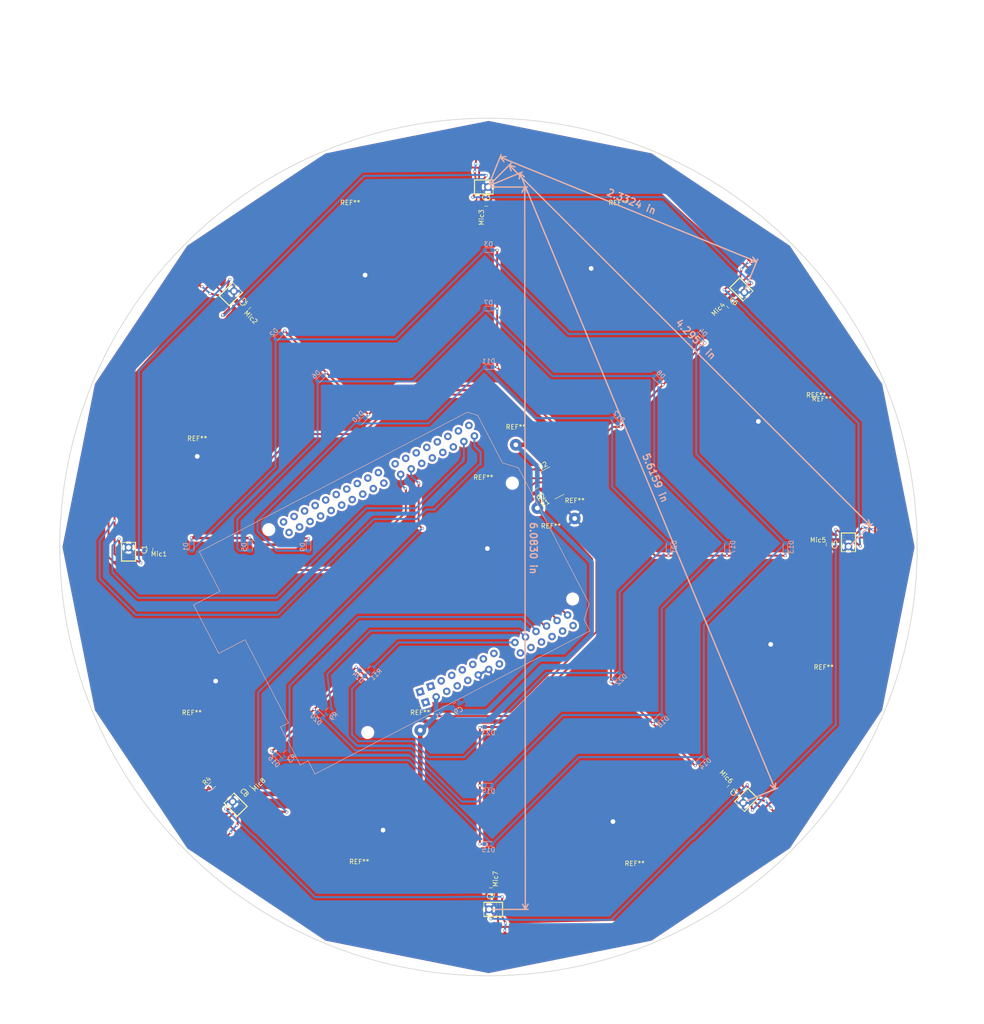
<source format=kicad_pcb>
(kicad_pcb (version 4) (host pcbnew 4.0.7)
  (title_block (date 2-28-18))
  (layers (0 F.Cu signal) (31 B.Cu signal hide) (34 B.Paste user) (35 F.Paste user) (36 B.SilkS user) (37 F.SilkS user) (38 B.Mask user) (39 F.Mask user) (44 Edge.Cuts user))
  (net 0 "")
  (net 1 GND)
  (net 2 /Clock)
  (net 3 /WS)
  (net 4 /SerialData)
  (net 5 "Net-(JP11-Pad1)")
  (net 6 "Net-(JP15-Pad1)")
  (net 7 "Net-(JP12-Pad1)")
  (net 8 "Net-(JP18-Pad1)")
  (net 9 "Net-(JP19-Pad1)")
  (net 10 "Net-(JP20-Pad1)")
  (net 11 "Net-(JP21-Pad1)")
  (net 12 /LEDArray/LEDSA)
  (net 13 /LEDArray/LEDSB)
  (net 14 /LEDArray/LEDSC)
  (net 15 "Net-(R1-Pad1)")
  (net 16 +3V3)
  (net 17 "Net-(R2-Pad1)")
  (net 18 /LEDArray/ColSelectA)
  (net 19 /LEDArray/Row1)
  (net 20 /LEDArray/Row2)
  (net 21 /LEDArray/Row3)
  (net 22 /LEDArray/Row4)
  (net 23 /LEDArray/ColSelectB)
  (net 24 /LEDArray/ColSelectC)
  (net 25 /LEDArray/Row5)
  (net 26 /LEDArray/Row6)
  (net 27 /LEDArray/Row7)
  (net 28 /LEDArray/Row8)
  (net 29 /LEDArray/RowSelectC)
  (net 30 /LEDArray/RowSelectA)
  (net 31 /LEDArray/RowSelectB)
  (net 32 /WISO)
  (module Wire_Pads:SolderWirePad_single_1mmDrill (layer F.Cu) (at 140.35532 100.83038)
    (fp_text reference REF** (at 0 -3.81) (layer F.SilkS))
    (fp_text value SolderWirePad_single_1mmDrill)
    (pad 1 thru_hole circle (at -13.59916 0.98806) (size 2.49936 2.49936) (drill 1.00076) (layers *.Cu *.Mask) (net 1 GND))
  )
  (module Wire_Pads:SolderWirePad_single_1mmDrill (layer F.Cu) (at 63.53556 140.7414)
    (fp_text reference REF** (at 0 -3.81) (layer F.SilkS))
    (fp_text value SolderWirePad_single_1mmDrill)
    (pad 1 thru_hole circle (at 5.09524 -10.5664) (size 2.49936 2.49936) (drill 1.00076) (layers *.Cu *.Mask) (net 1 GND))
  )
  (module Wire_Pads:SolderWirePad_single_1mmDrill (layer F.Cu) (at 64.68872 82.11566)
    (fp_text reference REF** (at 0 -3.81) (layer F.SilkS))
    (fp_text value SolderWirePad_single_1mmDrill)
    (pad 1 thru_hole circle (at 0 0) (size 2.49936 2.49936) (drill 1.00076) (layers *.Cu *.Mask) (net 1 GND))
  )
  (module Wire_Pads:SolderWirePad_single_1mmDrill (layer F.Cu) (at 97.42424 31.66618)
    (fp_text reference REF** (at 0 -3.81) (layer F.SilkS))
    (fp_text value SolderWirePad_single_1mmDrill)
    (pad 1 thru_hole circle (at 3.175 11.67384) (size 2.49936 2.49936) (drill 1.00076) (layers *.Cu *.Mask) (net 1 GND))
  )
  (module Wire_Pads:SolderWirePad_single_1mmDrill (layer F.Cu) (at 154.80538 31.66618)
    (fp_text reference REF** (at 0 -3.81) (layer F.SilkS))
    (fp_text value SolderWirePad_single_1mmDrill)
    (pad 1 thru_hole circle (at -5.84454 10.25144) (size 2.49936 2.49936) (drill 1.00076) (layers *.Cu *.Mask) (net 1 GND))
  )
  (module Wire_Pads:SolderWirePad_single_1mmDrill (layer F.Cu) (at 198.3232 73.64476)
    (fp_text reference REF** (at 0 -3.81) (layer F.SilkS))
    (fp_text value SolderWirePad_single_1mmDrill)
    (pad 1 thru_hole circle (at -13.59916 0.98806) (size 2.49936 2.49936) (drill 1.00076) (layers *.Cu *.Mask) (net 1 GND))
  )
  (module Wire_Pads:SolderWirePad_single_1mmDrill (layer F.Cu) (at 198.70928 131.0259)
    (fp_text reference REF** (at 0 -3.81) (layer F.SilkS))
    (fp_text value SolderWirePad_single_1mmDrill)
    (pad 1 thru_hole circle (at -11.34872 -8.6995) (size 2.49936 2.49936) (drill 1.00076) (layers *.Cu *.Mask) (net 1 GND))
  )
  (module Wire_Pads:SolderWirePad_single_1mmDrill (layer F.Cu) (at 158.27248 173.00448)
    (fp_text reference REF** (at 0 -3.81) (layer F.SilkS))
    (fp_text value SolderWirePad_single_1mmDrill)
    (pad 1 thru_hole circle (at -4.65328 -12.78128) (size 2.49936 2.49936) (drill 1.00076) (layers *.Cu *.Mask) (net 1 GND))
  )
  (module Wire_Pads:SolderWirePad_single_1mmDrill (layer F.Cu) (at 99.34956 172.6184)
    (fp_text reference REF** (at 0 -3.81) (layer F.SilkS))
    (fp_text value SolderWirePad_single_1mmDrill)
    (pad 1 thru_hole circle (at 5.09524 -10.5664) (size 2.49936 2.49936) (drill 1.00076) (layers *.Cu *.Mask) (net 1 GND))
  )
  (module Wire_Pads:SolderWirePad_single_1mmDrill (layer F.Cu) (at 132.83692 79.63662)
    (fp_text reference REF** (at 0 -3.81) (layer F.SilkS))
    (fp_text value SolderWirePad_single_1mmDrill)
    (pad 1 thru_hole circle (at 0 0) (size 2.49936 2.49936) (drill 1.00076) (layers *.Cu *.Mask) (net 16 +3V3))
  )
  (module Wire_Pads:SolderWirePad_single_1mmDrill (layer F.Cu) (at 125.90272 90.41892)
    (fp_text reference REF** (at 0 -3.81) (layer F.SilkS))
    (fp_text value SolderWirePad_single_1mmDrill)
    (pad 1 thru_hole circle (at 11.53668 2.74828) (size 2.49936 2.49936) (drill 1.00076) (layers *.Cu *.Mask) (net 16 +3V3))
  )
  (module Wire_Pads:SolderWirePad_single_1mmDrill (layer F.Cu) (at 197.09638 72.81418)
    (fp_text reference REF** (at 0 -3.81) (layer F.SilkS))
    (fp_text value SolderWirePad_single_1mmDrill)
  )
  (module Capacitors_SMD:C_0603_HandSoldering (layer F.Cu) (at 54.59476 102.03688 90)
    (fp_text reference C1 (at 0 -1.25 90) (layer F.SilkS))
    (fp_text value ".1u ")
    (pad 1 smd rect (at -0.95 0 90) (size 1.2 0.75) (layers F.Cu F.Paste F.Mask) (net 16 +3V3))
    (pad 2 smd rect (at 0.95 0 90) (size 1.2 0.75) (layers F.Cu F.Paste F.Mask) (net 1 GND))
  )
  (module Capacitors_SMD:C_0603_HandSoldering (layer F.Cu) (at 75.5 50 45)
    (fp_text reference C2 (at 0 -1.25 45) (layer F.SilkS))
    (fp_text value ".1u ")
    (pad 1 smd rect (at -0.95 0 45) (size 1.2 0.75) (layers F.Cu F.Paste F.Mask) (net 16 +3V3))
    (pad 2 smd rect (at 0.95 0 45) (size 1.2 0.75) (layers F.Cu F.Paste F.Mask) (net 1 GND))
  )
  (module Capacitors_SMD:C_0603_HandSoldering (layer F.Cu) (at 126.5 28)
    (fp_text reference C3 (at 0 -1.25) (layer F.SilkS))
    (fp_text value ".1u ")
    (pad 1 smd rect (at -0.95 0) (size 1.2 0.75) (layers F.Cu F.Paste F.Mask) (net 16 +3V3))
    (pad 2 smd rect (at 0.95 0) (size 1.2 0.75) (layers F.Cu F.Paste F.Mask) (net 1 GND))
  )
  (module Capacitors_SMD:C_0603_HandSoldering (layer F.Cu) (at 178.70424 153.05532 225)
    (fp_text reference C4 (at 0 -1.25 225) (layer F.SilkS))
    (fp_text value ".1u ")
    (pad 1 smd rect (at -0.95 0 225) (size 1.2 0.75) (layers F.Cu F.Paste F.Mask) (net 16 +3V3))
    (pad 2 smd rect (at 0.95 0 225) (size 1.2 0.75) (layers F.Cu F.Paste F.Mask) (net 1 GND))
  )
  (module Capacitors_SMD:C_0603_HandSoldering (layer F.Cu) (at 199.8345 100.965 270)
    (fp_text reference C5 (at 0 -1.25 270) (layer F.SilkS))
    (fp_text value ".1u ")
    (pad 1 smd rect (at -0.95 0 270) (size 1.2 0.75) (layers F.Cu F.Paste F.Mask) (net 16 +3V3))
    (pad 2 smd rect (at 0.95 0 270) (size 1.2 0.75) (layers F.Cu F.Paste F.Mask) (net 1 GND))
  )
  (module Capacitors_SMD:C_0603_HandSoldering (layer F.Cu) (at 178.59248 49.78908 315)
    (fp_text reference C6 (at 0 -1.25 315) (layer F.SilkS))
    (fp_text value ".1u ")
    (pad 1 smd rect (at -0.95 0 315) (size 1.2 0.75) (layers F.Cu F.Paste F.Mask) (net 16 +3V3))
    (pad 2 smd rect (at 0.95 0 315) (size 1.2 0.75) (layers F.Cu F.Paste F.Mask) (net 1 GND))
  )
  (module Capacitors_SMD:C_0603_HandSoldering (layer F.Cu) (at 127.5207 174.9933 180)
    (fp_text reference C7 (at 0 -1.25 180) (layer F.SilkS))
    (fp_text value ".1u ")
    (pad 1 smd rect (at -0.95 0 180) (size 1.2 0.75) (layers F.Cu F.Paste F.Mask) (net 16 +3V3))
    (pad 2 smd rect (at 0.95 0 180) (size 1.2 0.75) (layers F.Cu F.Paste F.Mask) (net 1 GND))
  )
  (module Capacitors_SMD:C_0603_HandSoldering (layer F.Cu) (at 75.66152 153.16708 135)
    (fp_text reference C8 (at 0 -1.25 135) (layer F.SilkS))
    (fp_text value .1u)
    (pad 1 smd rect (at -0.95 0 135) (size 1.2 0.75) (layers F.Cu F.Paste F.Mask) (net 16 +3V3))
    (pad 2 smd rect (at 0.95 0 135) (size 1.2 0.75) (layers F.Cu F.Paste F.Mask) (net 1 GND))
  )
  (module Resistors_SMD:R_0603 (layer F.Cu) (at 138.3411 90.9066 212.5)
    (fp_text reference R1 (at 0 -1.45 212.5) (layer F.SilkS))
    (fp_text value 1k)
    (pad 1 smd rect (at -0.75 0 212.5) (size 0.5 0.9) (layers F.Cu F.Paste F.Mask) (net 15 "Net-(R1-Pad1)"))
    (pad 2 smd rect (at 0.75 0 212.5) (size 0.5 0.9) (layers F.Cu F.Paste F.Mask) (net 16 +3V3))
  )
  (module Resistors_SMD:R_0603 (layer F.Cu) (at 137.5029 89.6493 211.5)
    (fp_text reference R2 (at 0 -1.45 211.5) (layer F.SilkS))
    (fp_text value 1k)
    (pad 1 smd rect (at -0.75 0 211.5) (size 0.5 0.9) (layers F.Cu F.Paste F.Mask) (net 17 "Net-(R2-Pad1)"))
    (pad 2 smd rect (at 0.75 0 211.5) (size 0.5 0.9) (layers F.Cu F.Paste F.Mask) (net 1 GND))
  )
  (module Resistors_SMD:R_0603 (layer B.Cu) (at 83.87588 145.73504 45)
    (fp_text reference R3 (at 0 1.45 45) (layer B.SilkS) (effects (justify mirror)))
    (fp_text value 100)
    (pad 1 smd rect (at -0.75 0 45) (size 0.5 0.9) (layers B.Cu B.Paste B.Mask) (net 12 /LEDArray/LEDSA))
    (pad 2 smd rect (at 0.75 0 45) (size 0.5 0.9) (layers B.Cu B.Paste B.Mask) (net 18 /LEDArray/ColSelectA))
  )
  (module Resistors_SMD:R_0603 (layer B.Cu) (at 92.87256 136.68248 45)
    (fp_text reference R9 (at 0 1.45 45) (layer B.SilkS) (effects (justify mirror)))
    (fp_text value 100)
    (pad 1 smd rect (at -0.75 0 45) (size 0.5 0.9) (layers B.Cu B.Paste B.Mask) (net 13 /LEDArray/LEDSB))
    (pad 2 smd rect (at 0.75 0 45) (size 0.5 0.9) (layers B.Cu B.Paste B.Mask) (net 23 /LEDArray/ColSelectB))
  )
  (module Resistors_SMD:R_0603 (layer B.Cu) (at 101.92512 127.74168 45)
    (fp_text reference R11 (at 0 1.45 45) (layer B.SilkS) (effects (justify mirror)))
    (fp_text value 100)
    (pad 1 smd rect (at -0.75 0 45) (size 0.5 0.9) (layers B.Cu B.Paste B.Mask) (net 14 /LEDArray/LEDSC))
    (pad 2 smd rect (at 0.75 0 45) (size 0.5 0.9) (layers B.Cu B.Paste B.Mask) (net 24 /LEDArray/ColSelectC))
  )
  (module Resistors_SMD:R_Cat16-8 (layer F.Cu) (at 140.64996 87.78748 27.5)
    (fp_text reference U2 (at -0.069999 -4.22 27.5) (layer F.SilkS))
    (fp_text value SN74HC138)
    (pad 4 smd rect (at -0.76 -0.4 207.5) (size 0.76 0.43) (layers F.Cu F.Paste F.Mask) (net 17 "Net-(R2-Pad1)"))
    (pad 13 smd rect (at 0.76 -0.4 207.5) (size 0.76 0.43) (layers F.Cu F.Paste F.Mask) (net 21 /LEDArray/Row3))
    (pad 5 smd rect (at -0.76 0.4 207.5) (size 0.76 0.43) (layers F.Cu F.Paste F.Mask) (net 17 "Net-(R2-Pad1)"))
    (pad 12 smd rect (at 0.76 0.4 207.5) (size 0.76 0.43) (layers F.Cu F.Paste F.Mask) (net 22 /LEDArray/Row4))
    (pad 3 smd rect (at -0.76 -1.2 207.5) (size 0.76 0.43) (layers F.Cu F.Paste F.Mask) (net 29 /LEDArray/RowSelectC))
    (pad 6 smd rect (at -0.76 1.2 207.5) (size 0.76 0.43) (layers F.Cu F.Paste F.Mask) (net 15 "Net-(R1-Pad1)"))
    (pad 11 smd rect (at 0.76 1.2 207.5) (size 0.76 0.43) (layers F.Cu F.Paste F.Mask) (net 25 /LEDArray/Row5))
    (pad 14 smd rect (at 0.76 -1.2 207.5) (size 0.76 0.43) (layers F.Cu F.Paste F.Mask) (net 20 /LEDArray/Row2))
    (pad 7 smd rect (at -0.76 2 207.5) (size 0.76 0.43) (layers F.Cu F.Paste F.Mask) (net 28 /LEDArray/Row8))
    (pad 8 smd rect (at -0.76 2.8 207.5) (size 0.76 0.43) (layers F.Cu F.Paste F.Mask) (net 1 GND))
    (pad 1 smd rect (at -0.76 -2.8 207.5) (size 0.76 0.43) (layers F.Cu F.Paste F.Mask) (net 30 /LEDArray/RowSelectA))
    (pad 2 smd rect (at -0.76 -2 207.5) (size 0.76 0.43) (layers F.Cu F.Paste F.Mask) (net 31 /LEDArray/RowSelectB))
    (pad 15 smd rect (at 0.76 -2 207.5) (size 0.76 0.43) (layers F.Cu F.Paste F.Mask) (net 19 /LEDArray/Row1))
    (pad 16 smd rect (at 0.76 -2.8 207.5) (size 0.76 0.43) (layers F.Cu F.Paste F.Mask) (net 16 +3V3))
    (pad 9 smd rect (at 0.76 2.8 207.5) (size 0.76 0.43) (layers F.Cu F.Paste F.Mask) (net 27 /LEDArray/Row7))
    (pad 10 smd rect (at 0.76 2 207.5) (size 0.76 0.43) (layers F.Cu F.Paste F.Mask) (net 26 /LEDArray/Row6))
  )
  (module Capacitors_SMD:C_0603_HandSoldering (layer B.Cu) (at 120.03024 135.39724 27)
    (fp_text reference C9 (at 0 1.25 27) (layer B.SilkS) (effects (justify mirror)))
    (fp_text value 10uF)
    (pad 1 smd rect (at -0.95 0 27) (size 1.2 0.75) (layers B.Cu B.Paste B.Mask) (net 16 +3V3))
    (pad 2 smd rect (at 0.95 0 27) (size 1.2 0.75) (layers B.Cu B.Paste B.Mask) (net 1 GND))
  )
  (module Resistors_SMD:R_0603 (layer F.Cu) (at 67.78244 152.5524 45)
    (fp_text reference R4 (at 0 -1.45 45) (layer F.SilkS))
    (fp_text value 100k)
    (pad 1 smd rect (at -0.75 0 45) (size 0.5 0.9) (layers F.Cu F.Paste F.Mask) (net 4 /SerialData))
    (pad 2 smd rect (at 0.75 0 45) (size 0.5 0.9) (layers F.Cu F.Paste F.Mask) (net 1 GND))
  )
  (module KiKadCustLib:ICS25000labels (layer F.Cu) (at 77.5 152 45)
    (fp_text reference Mic8 (at 0 0.5 45) (layer F.SilkS))
    (fp_text value ICS-52000)
    (fp_text user GND (at -6.44 0.03 45) (layer F.SilkS) (effects (font (size 0.127 0.127) (thickness 0.015))))
    (fp_text user WS (at -7.58 0.08 45) (layer F.SilkS) (effects (font (size 0.127 0.127) (thickness 0.015))))
    (fp_text user SCK (at -7.58 0.74 45) (layer F.SilkS) (effects (font (size 0.127 0.127) (thickness 0.015))))
    (fp_text user SD (at -7.55 1.39 45) (layer F.SilkS) (effects (font (size 0.127 0.127) (thickness 0.015))))
    (fp_text user WISO (at -5.46 1.38 45) (layer F.SilkS) (effects (font (size 0.127 0.127) (thickness 0.015))))
    (fp_text user CONFIG (at -5.48 0.73 45) (layer F.SilkS) (effects (font (size 0.127 0.127) (thickness 0.015))))
    (fp_text user VDD (at -5.5 0.05 45) (layer F.SilkS) (effects (font (size 0.127 0.127) (thickness 0.015))))
    (pad 7 smd rect (at -7.57 1.68 45) (size 0.6 0.4) (layers F.Cu F.Paste F.Mask) (net 4 /SerialData))
    (pad 5 smd rect (at -7.57 0.38 45) (size 0.6 0.4) (layers F.Cu F.Paste F.Mask) (net 7 "Net-(JP12-Pad1)"))
    (pad 6 smd rect (at -7.57 1.03 45) (size 0.6 0.4) (layers F.Cu F.Paste F.Mask) (net 2 /Clock))
    (pad 1 smd rect (at -5.43 1.675 45) (size 0.6 0.4) (layers F.Cu F.Paste F.Mask) (net 32 /WISO))
    (pad 2 smd rect (at -5.43 1.03 45) (size 0.6 0.4) (layers F.Cu F.Paste F.Mask) (net 16 +3V3))
    (pad 3 smd rect (at -5.43 0.38 45) (size 0.6 0.4) (layers F.Cu F.Paste F.Mask) (net 16 +3V3))
    (pad 4 thru_hole circle (at -6.495 -0.895 45) (size 1.65 1.65) (drill 1) (layers *.Cu *.Mask) (net 1 GND))
  )
  (module KiKadCustLib:ICS25000labels (layer F.Cu) (at 128 172.5 90)
    (fp_text reference Mic7 (at 0 0.5 90) (layer F.SilkS))
    (fp_text value ICS-52000)
    (fp_text user GND (at -6.44 0.03 90) (layer F.SilkS) (effects (font (size 0.127 0.127) (thickness 0.015))))
    (fp_text user WS (at -7.58 0.08 90) (layer F.SilkS) (effects (font (size 0.127 0.127) (thickness 0.015))))
    (fp_text user SCK (at -7.58 0.74 90) (layer F.SilkS) (effects (font (size 0.127 0.127) (thickness 0.015))))
    (fp_text user SD (at -7.55 1.39 90) (layer F.SilkS) (effects (font (size 0.127 0.127) (thickness 0.015))))
    (fp_text user WISO (at -5.46 1.38 90) (layer F.SilkS) (effects (font (size 0.127 0.127) (thickness 0.015))))
    (fp_text user CONFIG (at -5.48 0.73 90) (layer F.SilkS) (effects (font (size 0.127 0.127) (thickness 0.015))))
    (fp_text user VDD (at -5.5 0.05 90) (layer F.SilkS) (effects (font (size 0.127 0.127) (thickness 0.015))))
    (pad 7 smd rect (at -7.57 1.68 90) (size 0.6 0.4) (layers F.Cu F.Paste F.Mask) (net 4 /SerialData))
    (pad 5 smd rect (at -7.57 0.38 90) (size 0.6 0.4) (layers F.Cu F.Paste F.Mask) (net 10 "Net-(JP20-Pad1)"))
    (pad 6 smd rect (at -7.57 1.03 90) (size 0.6 0.4) (layers F.Cu F.Paste F.Mask) (net 2 /Clock))
    (pad 1 smd rect (at -5.43 1.675 90) (size 0.6 0.4) (layers F.Cu F.Paste F.Mask) (net 7 "Net-(JP12-Pad1)"))
    (pad 2 smd rect (at -5.43 1.03 90) (size 0.6 0.4) (layers F.Cu F.Paste F.Mask) (net 16 +3V3))
    (pad 3 smd rect (at -5.43 0.38 90) (size 0.6 0.4) (layers F.Cu F.Paste F.Mask) (net 16 +3V3))
    (pad 4 thru_hole circle (at -6.495 -0.895 90) (size 1.65 1.65) (drill 1) (layers *.Cu *.Mask) (net 1 GND))
  )
  (module KiKadCustLib:ICS25000labels (layer F.Cu) (at 176.5 51 225)
    (fp_text reference Mic4 (at 0 0.5 225) (layer F.SilkS))
    (fp_text value ICS-52000)
    (fp_text user GND (at -6.44 0.03 225) (layer F.SilkS) (effects (font (size 0.127 0.127) (thickness 0.015))))
    (fp_text user WS (at -7.58 0.08 225) (layer F.SilkS) (effects (font (size 0.127 0.127) (thickness 0.015))))
    (fp_text user SCK (at -7.58 0.74 225) (layer F.SilkS) (effects (font (size 0.127 0.127) (thickness 0.015))))
    (fp_text user SD (at -7.55 1.39 225) (layer F.SilkS) (effects (font (size 0.127 0.127) (thickness 0.015))))
    (fp_text user WISO (at -5.46 1.38 225) (layer F.SilkS) (effects (font (size 0.127 0.127) (thickness 0.015))))
    (fp_text user CONFIG (at -5.48 0.73 225) (layer F.SilkS) (effects (font (size 0.127 0.127) (thickness 0.015))))
    (fp_text user VDD (at -5.5 0.05 225) (layer F.SilkS) (effects (font (size 0.127 0.127) (thickness 0.015))))
    (pad 7 smd rect (at -7.57 1.68 225) (size 0.6 0.4) (layers F.Cu F.Paste F.Mask) (net 4 /SerialData))
    (pad 5 smd rect (at -7.57 0.38 225) (size 0.6 0.4) (layers F.Cu F.Paste F.Mask) (net 5 "Net-(JP11-Pad1)"))
    (pad 6 smd rect (at -7.57 1.03 225) (size 0.6 0.4) (layers F.Cu F.Paste F.Mask) (net 2 /Clock))
    (pad 1 smd rect (at -5.43 1.675 225) (size 0.6 0.4) (layers F.Cu F.Paste F.Mask) (net 6 "Net-(JP15-Pad1)"))
    (pad 2 smd rect (at -5.43 1.03 225) (size 0.6 0.4) (layers F.Cu F.Paste F.Mask) (net 16 +3V3))
    (pad 3 smd rect (at -5.43 0.38 225) (size 0.6 0.4) (layers F.Cu F.Paste F.Mask) (net 16 +3V3))
    (pad 4 thru_hole circle (at -6.495 -0.895 225) (size 1.65 1.65) (drill 1) (layers *.Cu *.Mask) (net 1 GND))
  )
  (module KiKadCustLib:ICS25000labels (layer F.Cu) (at 197.5 100.5 180)
    (fp_text reference Mic5 (at 0 0.5 180) (layer F.SilkS))
    (fp_text value ICS-52000)
    (fp_text user GND (at -6.44 0.03 180) (layer F.SilkS) (effects (font (size 0.127 0.127) (thickness 0.015))))
    (fp_text user WS (at -7.58 0.08 180) (layer F.SilkS) (effects (font (size 0.127 0.127) (thickness 0.015))))
    (fp_text user SCK (at -7.58 0.74 180) (layer F.SilkS) (effects (font (size 0.127 0.127) (thickness 0.015))))
    (fp_text user SD (at -7.55 1.39 180) (layer F.SilkS) (effects (font (size 0.127 0.127) (thickness 0.015))))
    (fp_text user WISO (at -5.46 1.38 180) (layer F.SilkS) (effects (font (size 0.127 0.127) (thickness 0.015))))
    (fp_text user CONFIG (at -5.48 0.73 180) (layer F.SilkS) (effects (font (size 0.127 0.127) (thickness 0.015))))
    (fp_text user VDD (at -5.5 0.05 180) (layer F.SilkS) (effects (font (size 0.127 0.127) (thickness 0.015))))
    (pad 7 smd rect (at -7.57 1.68 180) (size 0.6 0.4) (layers F.Cu F.Paste F.Mask) (net 4 /SerialData))
    (pad 5 smd rect (at -7.57 0.38 180) (size 0.6 0.4) (layers F.Cu F.Paste F.Mask) (net 6 "Net-(JP15-Pad1)"))
    (pad 6 smd rect (at -7.57 1.03 180) (size 0.6 0.4) (layers F.Cu F.Paste F.Mask) (net 2 /Clock))
    (pad 1 smd rect (at -5.43 1.675 180) (size 0.6 0.4) (layers F.Cu F.Paste F.Mask) (net 8 "Net-(JP18-Pad1)"))
    (pad 2 smd rect (at -5.43 1.03 180) (size 0.6 0.4) (layers F.Cu F.Paste F.Mask) (net 16 +3V3))
    (pad 3 smd rect (at -5.43 0.38 180) (size 0.6 0.4) (layers F.Cu F.Paste F.Mask) (net 16 +3V3))
    (pad 4 thru_hole circle (at -6.495 -0.895 180) (size 1.65 1.65) (drill 1) (layers *.Cu *.Mask) (net 1 GND))
  )
  (module KiKadCustLib:ICS25000labels (layer F.Cu) (at 177.5 151 135)
    (fp_text reference Mic6 (at 0 0.5 135) (layer F.SilkS))
    (fp_text value ICS-52000)
    (fp_text user GND (at -6.44 0.03 135) (layer F.SilkS) (effects (font (size 0.127 0.127) (thickness 0.015))))
    (fp_text user WS (at -7.58 0.08 135) (layer F.SilkS) (effects (font (size 0.127 0.127) (thickness 0.015))))
    (fp_text user SCK (at -7.58 0.74 135) (layer F.SilkS) (effects (font (size 0.127 0.127) (thickness 0.015))))
    (fp_text user SD (at -7.55 1.39 135) (layer F.SilkS) (effects (font (size 0.127 0.127) (thickness 0.015))))
    (fp_text user WISO (at -5.46 1.38 135) (layer F.SilkS) (effects (font (size 0.127 0.127) (thickness 0.015))))
    (fp_text user CONFIG (at -5.48 0.73 135) (layer F.SilkS) (effects (font (size 0.127 0.127) (thickness 0.015))))
    (fp_text user VDD (at -5.5 0.05 135) (layer F.SilkS) (effects (font (size 0.127 0.127) (thickness 0.015))))
    (pad 7 smd rect (at -7.57 1.68 135) (size 0.6 0.4) (layers F.Cu F.Paste F.Mask) (net 4 /SerialData))
    (pad 5 smd rect (at -7.57 0.38 135) (size 0.6 0.4) (layers F.Cu F.Paste F.Mask) (net 8 "Net-(JP18-Pad1)"))
    (pad 6 smd rect (at -7.57 1.03 135) (size 0.6 0.4) (layers F.Cu F.Paste F.Mask) (net 2 /Clock))
    (pad 1 smd rect (at -5.43 1.675 135) (size 0.6 0.4) (layers F.Cu F.Paste F.Mask) (net 10 "Net-(JP20-Pad1)"))
    (pad 2 smd rect (at -5.43 1.03 135) (size 0.6 0.4) (layers F.Cu F.Paste F.Mask) (net 16 +3V3))
    (pad 3 smd rect (at -5.43 0.38 135) (size 0.6 0.4) (layers F.Cu F.Paste F.Mask) (net 16 +3V3))
    (pad 4 thru_hole circle (at -6.495 -0.895 135) (size 1.65 1.65) (drill 1) (layers *.Cu *.Mask) (net 1 GND))
  )
  (module KiKadCustLib:ICS25000labels (layer F.Cu) (at 126 31 270)
    (fp_text reference Mic3 (at 0 0.5 270) (layer F.SilkS))
    (fp_text value ICS-52000)
    (fp_text user GND (at -6.44 0.03 270) (layer F.SilkS) (effects (font (size 0.127 0.127) (thickness 0.015))))
    (fp_text user WS (at -7.58 0.08 270) (layer F.SilkS) (effects (font (size 0.127 0.127) (thickness 0.015))))
    (fp_text user SCK (at -7.58 0.74 270) (layer F.SilkS) (effects (font (size 0.127 0.127) (thickness 0.015))))
    (fp_text user SD (at -7.55 1.39 270) (layer F.SilkS) (effects (font (size 0.127 0.127) (thickness 0.015))))
    (fp_text user WISO (at -5.46 1.38 270) (layer F.SilkS) (effects (font (size 0.127 0.127) (thickness 0.015))))
    (fp_text user CONFIG (at -5.48 0.73 270) (layer F.SilkS) (effects (font (size 0.127 0.127) (thickness 0.015))))
    (fp_text user VDD (at -5.5 0.05 270) (layer F.SilkS) (effects (font (size 0.127 0.127) (thickness 0.015))))
    (pad 7 smd rect (at -7.57 1.68 270) (size 0.6 0.4) (layers F.Cu F.Paste F.Mask) (net 4 /SerialData))
    (pad 5 smd rect (at -7.57 0.38 270) (size 0.6 0.4) (layers F.Cu F.Paste F.Mask) (net 11 "Net-(JP21-Pad1)"))
    (pad 6 smd rect (at -7.57 1.03 270) (size 0.6 0.4) (layers F.Cu F.Paste F.Mask) (net 2 /Clock))
    (pad 1 smd rect (at -5.43 1.675 270) (size 0.6 0.4) (layers F.Cu F.Paste F.Mask) (net 5 "Net-(JP11-Pad1)"))
    (pad 2 smd rect (at -5.43 1.03 270) (size 0.6 0.4) (layers F.Cu F.Paste F.Mask) (net 16 +3V3))
    (pad 3 smd rect (at -5.43 0.38 270) (size 0.6 0.4) (layers F.Cu F.Paste F.Mask) (net 16 +3V3))
    (pad 4 thru_hole circle (at -6.495 -0.895 270) (size 1.65 1.65) (drill 1) (layers *.Cu *.Mask) (net 1 GND))
  )
  (module KiKadCustLib:ICS25000labels (layer F.Cu) (at 76.5 52 315)
    (fp_text reference Mic2 (at 0 0.5 315) (layer F.SilkS))
    (fp_text value ICS-52000)
    (fp_text user GND (at -6.44 0.03 315) (layer F.SilkS) (effects (font (size 0.127 0.127) (thickness 0.015))))
    (fp_text user WS (at -7.58 0.08 315) (layer F.SilkS) (effects (font (size 0.127 0.127) (thickness 0.015))))
    (fp_text user SCK (at -7.58 0.74 315) (layer F.SilkS) (effects (font (size 0.127 0.127) (thickness 0.015))))
    (fp_text user SD (at -7.55 1.39 315) (layer F.SilkS) (effects (font (size 0.127 0.127) (thickness 0.015))))
    (fp_text user WISO (at -5.46 1.38 315) (layer F.SilkS) (effects (font (size 0.127 0.127) (thickness 0.015))))
    (fp_text user CONFIG (at -5.48 0.73 315) (layer F.SilkS) (effects (font (size 0.127 0.127) (thickness 0.015))))
    (fp_text user VDD (at -5.5 0.05 315) (layer F.SilkS) (effects (font (size 0.127 0.127) (thickness 0.015))))
    (pad 7 smd rect (at -7.57 1.68 315) (size 0.6 0.4) (layers F.Cu F.Paste F.Mask) (net 4 /SerialData))
    (pad 5 smd rect (at -7.57 0.38 315) (size 0.6 0.4) (layers F.Cu F.Paste F.Mask) (net 9 "Net-(JP19-Pad1)"))
    (pad 6 smd rect (at -7.57 1.03 315) (size 0.6 0.4) (layers F.Cu F.Paste F.Mask) (net 2 /Clock))
    (pad 1 smd rect (at -5.43 1.675 315) (size 0.6 0.4) (layers F.Cu F.Paste F.Mask) (net 11 "Net-(JP21-Pad1)"))
    (pad 2 smd rect (at -5.43 1.03 315) (size 0.6 0.4) (layers F.Cu F.Paste F.Mask) (net 16 +3V3))
    (pad 3 smd rect (at -5.43 0.38 315) (size 0.6 0.4) (layers F.Cu F.Paste F.Mask) (net 16 +3V3))
    (pad 4 thru_hole circle (at -6.495 -0.895 315) (size 1.65 1.65) (drill 1) (layers *.Cu *.Mask) (net 1 GND))
  )
  (module KiKadCustLib:ICS25000labels (layer F.Cu) (at 56.5 102.5)
    (fp_text reference Mic1 (at 0 0.5) (layer F.SilkS))
    (fp_text value ICS-52000)
    (fp_text user GND (at -6.44 0.03) (layer F.SilkS) (effects (font (size 0.127 0.127) (thickness 0.015))))
    (fp_text user WS (at -7.58 0.08) (layer F.SilkS) (effects (font (size 0.127 0.127) (thickness 0.015))))
    (fp_text user SCK (at -7.58 0.74) (layer F.SilkS) (effects (font (size 0.127 0.127) (thickness 0.015))))
    (fp_text user SD (at -7.55 1.39) (layer F.SilkS) (effects (font (size 0.127 0.127) (thickness 0.015))))
    (fp_text user WISO (at -5.46 1.38) (layer F.SilkS) (effects (font (size 0.127 0.127) (thickness 0.015))))
    (fp_text user CONFIG (at -5.48 0.73) (layer F.SilkS) (effects (font (size 0.127 0.127) (thickness 0.015))))
    (fp_text user VDD (at -5.5 0.05) (layer F.SilkS) (effects (font (size 0.127 0.127) (thickness 0.015))))
    (pad 7 smd rect (at -7.57 1.68) (size 0.6 0.4) (layers F.Cu F.Paste F.Mask) (net 4 /SerialData))
    (pad 5 smd rect (at -7.57 0.38) (size 0.6 0.4) (layers F.Cu F.Paste F.Mask) (net 3 /WS))
    (pad 6 smd rect (at -7.57 1.03) (size 0.6 0.4) (layers F.Cu F.Paste F.Mask) (net 2 /Clock))
    (pad 1 smd rect (at -5.43 1.675) (size 0.6 0.4) (layers F.Cu F.Paste F.Mask) (net 9 "Net-(JP19-Pad1)"))
    (pad 2 smd rect (at -5.43 1.03) (size 0.6 0.4) (layers F.Cu F.Paste F.Mask) (net 16 +3V3))
    (pad 3 smd rect (at -5.43 0.38) (size 0.6 0.4) (layers F.Cu F.Paste F.Mask) (net 16 +3V3))
    (pad 4 thru_hole circle (at -6.495 -0.895) (size 1.65 1.65) (drill 1) (layers *.Cu *.Mask) (net 1 GND))
  )
  (module Wire_Pads:SolderWirePad_single_1mmDrill (layer F.Cu) (at 112.395 140.7033)
    (fp_text reference REF** (at 0 -3.81) (layer F.SilkS))
    (fp_text value SolderWirePad_single_1mmDrill)
    (pad 1 thru_hole circle (at 0 0) (size 2.49936 2.49936) (drill 1.00076) (layers *.Cu *.Mask) (net 16 +3V3))
  )
  (module Wire_Pads:SolderWirePad_single_1mmDrill (layer F.Cu) (at 145.4404 95.3897)
    (fp_text reference REF** (at 0 -3.81) (layer F.SilkS))
    (fp_text value SolderWirePad_single_1mmDrill)
    (pad 1 thru_hole circle (at 0 0) (size 2.49936 2.49936) (drill 1.00076) (layers *.Cu *.Mask) (net 1 GND))
  )
  (module KiKadCustLib:ArduinoLike (layer B.Cu) (at 113.54816 134.7216 27.5)
    (fp_text reference J1 (at 1.27 3.81 207.5) (layer B.SilkS) (effects (justify mirror)))
    (fp_text value Conn_01x12_Male)
    (pad 4 thru_hole oval (at 33.02 -45.72 297.5) (size 1.6 1.6) (drill 0.8) (layers *.Cu *.Mask) (net 3 /WS))
    (pad 3 thru_hole oval (at 35.56 -45.72 297.5) (size 1.6 1.6) (drill 0.8) (layers *.Cu *.Mask) (net 2 /Clock))
    (pad 0 thru_hole oval (at -4.06 -45.72 297.5) (size 1.6 1.6) (drill 0.8) (layers *.Cu *.Mask))
    (pad 29 thru_hole oval (at -1.52 -45.72 297.5) (size 1.6 1.6) (drill 0.8) (layers *.Cu *.Mask))
    (pad 28 thru_hole oval (at 1.02 -45.72 297.5) (size 1.6 1.6) (drill 0.8) (layers *.Cu *.Mask))
    (pad 27 thru_hole oval (at 3.56 -45.72 297.5) (size 1.6 1.6) (drill 0.8) (layers *.Cu *.Mask))
    (pad 26 thru_hole oval (at 6.1 -45.72 297.5) (size 1.6 1.6) (drill 0.8) (layers *.Cu *.Mask))
    (pad 13 thru_hole oval (at 8.64 -45.72 297.5) (size 1.6 1.6) (drill 0.8) (layers *.Cu *.Mask))
    (pad 13 thru_hole oval (at 11.18 -45.72 297.5) (size 1.6 1.6) (drill 0.8) (layers *.Cu *.Mask))
    (pad 13 thru_hole oval (at 13.72 -45.72 297.5) (size 1.6 1.6) (drill 0.8) (layers *.Cu *.Mask))
    (pad 5 thru_hole oval (at 17.78 -45.72 297.5) (size 1.6 1.6) (drill 0.8) (layers *.Cu *.Mask) (net 4 /SerialData))
    (pad 6 thru_hole oval (at 20.32 -45.72 297.5) (size 1.6 1.6) (drill 0.8) (layers *.Cu *.Mask) (net 32 /WISO))
    (pad 13 thru_hole oval (at 22.86 -45.72 297.5) (size 1.6 1.6) (drill 0.8) (layers *.Cu *.Mask))
    (pad 13 thru_hole oval (at 25.4 -45.72 297.5) (size 1.6 1.6) (drill 0.8) (layers *.Cu *.Mask))
    (pad 13 thru_hole oval (at 27.94 -45.72 297.5) (size 1.6 1.6) (drill 0.8) (layers *.Cu *.Mask))
    (pad 13 thru_hole oval (at 30.48 -45.72 297.5) (size 1.6 1.6) (drill 0.8) (layers *.Cu *.Mask))
    (pad 13 thru_hole oval (at -6.6 -45.72 297.5) (size 1.6 1.6) (drill 0.8) (layers *.Cu *.Mask))
    (pad 0 thru_hole oval (at -9.14 -45.72 297.5) (size 1.6 1.6) (drill 0.8) (layers *.Cu *.Mask))
    (pad 9 thru_hole oval (at 35.56 -2.54 297.5) (size 1.6 1.6) (drill 0.8) (layers *.Cu *.Mask) (net 29 /LEDArray/RowSelectC))
    (pad 8 thru_hole oval (at 33.02 -2.54 297.5) (size 1.6 1.6) (drill 0.8) (layers *.Cu *.Mask) (net 31 /LEDArray/RowSelectB))
    (pad 7 thru_hole oval (at 30.48 -2.54 297.5) (size 1.6 1.6) (drill 0.8) (layers *.Cu *.Mask) (net 30 /LEDArray/RowSelectA))
    (pad 10 thru_hole oval (at 27.94 -2.54 297.5) (size 1.6 1.6) (drill 0.8) (layers *.Cu *.Mask) (net 18 /LEDArray/ColSelectA))
    (pad 11 thru_hole oval (at 25.4 -2.54 297.5) (size 1.6 1.6) (drill 0.8) (layers *.Cu *.Mask) (net 23 /LEDArray/ColSelectB))
    (pad 12 thru_hole oval (at 22.86 -2.54 297.5) (size 1.6 1.6) (drill 0.8) (layers *.Cu *.Mask) (net 24 /LEDArray/ColSelectC))
    (pad 0 thru_hole oval (at 17.78 -2.54 297.5) (size 1.6 1.6) (drill 0.8) (layers *.Cu *.Mask))
    (pad 0 thru_hole oval (at 15.24 -2.54 297.5) (size 1.6 1.6) (drill 0.8) (layers *.Cu *.Mask))
    (pad 0 thru_hole oval (at 12.7 -2.54 297.5) (size 1.6 1.6) (drill 0.8) (layers *.Cu *.Mask))
    (pad 0 thru_hole oval (at 10.16 -2.54 297.5) (size 1.6 1.6) (drill 0.8) (layers *.Cu *.Mask))
    (pad 0 thru_hole oval (at 7.62 -2.54 297.5) (size 1.6 1.6) (drill 0.8) (layers *.Cu *.Mask))
    (pad 0 thru_hole oval (at 5.08 -2.54 297.5) (size 1.6 1.6) (drill 0.8) (layers *.Cu *.Mask))
    (pad 0 thru_hole rect (at 2.54 -2.54 287.5) (size 1.6 1.6) (drill 0.8) (layers *.Cu *.Mask))
    (pad 0 thru_hole rect (at 0 -2.54 287.5) (size 1.6 1.6) (drill 0.8) (layers *.Cu *.Mask))
    (pad 32 thru_hole oval (at -9.14 -48.26 297.5) (size 1.6 1.6) (drill 0.8) (layers *.Cu *.Mask))
    (pad 31 thru_hole oval (at -6.6 -48.26 297.5) (size 1.6 1.6) (drill 0.8) (layers *.Cu *.Mask))
    (pad 0 thru_hole rect (at 0 0 287.5) (size 1.6 1.6) (drill 0.8) (layers *.Cu *.Mask))
    (pad 17 thru_hole oval (at 30.48 -48.26 297.5) (size 1.6 1.6) (drill 0.8) (layers *.Cu *.Mask))
    (pad 1 thru_hole oval (at 2.54 0 297.5) (size 1.6 1.6) (drill 0.8) (layers *.Cu *.Mask) (net 16 +3V3))
    (pad 18 thru_hole oval (at 27.94 -48.26 297.5) (size 1.6 1.6) (drill 0.8) (layers *.Cu *.Mask))
    (pad 13 thru_hole oval (at 5.08 0 297.5) (size 1.6 1.6) (drill 0.8) (layers *.Cu *.Mask))
    (pad 19 thru_hole oval (at 25.4 -48.26 297.5) (size 1.6 1.6) (drill 0.8) (layers *.Cu *.Mask))
    (pad 13 thru_hole oval (at 7.62 0 297.5) (size 1.6 1.6) (drill 0.8) (layers *.Cu *.Mask))
    (pad 20 thru_hole oval (at 22.86 -48.26 297.5) (size 1.6 1.6) (drill 0.8) (layers *.Cu *.Mask))
    (pad 13 thru_hole oval (at 10.16 0 297.5) (size 1.6 1.6) (drill 0.8) (layers *.Cu *.Mask))
    (pad 21 thru_hole oval (at 20.32 -48.26 297.5) (size 1.6 1.6) (drill 0.8) (layers *.Cu *.Mask))
    (pad 2 thru_hole oval (at 12.7 0 297.5) (size 1.6 1.6) (drill 0.8) (layers *.Cu *.Mask) (net 1 GND))
    (pad 22 thru_hole oval (at 17.78 -48.26 297.5) (size 1.6 1.6) (drill 0.8) (layers *.Cu *.Mask))
    (pad 2 thru_hole oval (at 15.24 0 297.5) (size 1.6 1.6) (drill 0.8) (layers *.Cu *.Mask) (net 1 GND))
    (pad 23 thru_hole oval (at 13.72 -48.26 297.5) (size 1.6 1.6) (drill 0.8) (layers *.Cu *.Mask))
    (pad 13 thru_hole oval (at 17.78 0 297.5) (size 1.6 1.6) (drill 0.8) (layers *.Cu *.Mask))
    (pad 24 thru_hole oval (at 11.18 -48.26 297.5) (size 1.6 1.6) (drill 0.8) (layers *.Cu *.Mask))
    (pad 13 thru_hole oval (at 22.86 0 297.5) (size 1.6 1.6) (drill 0.8) (layers *.Cu *.Mask))
    (pad 25 thru_hole oval (at 8.64 -48.26 297.5) (size 1.6 1.6) (drill 0.8) (layers *.Cu *.Mask))
    (pad 13 thru_hole oval (at 25.4 0 297.5) (size 1.6 1.6) (drill 0.8) (layers *.Cu *.Mask))
    (pad 26 thru_hole oval (at 6.1 -48.26 297.5) (size 1.6 1.6) (drill 0.8) (layers *.Cu *.Mask))
    (pad 13 thru_hole oval (at 27.94 0 297.5) (size 1.6 1.6) (drill 0.8) (layers *.Cu *.Mask))
    (pad 27 thru_hole oval (at 3.56 -48.26 297.5) (size 1.6 1.6) (drill 0.8) (layers *.Cu *.Mask))
    (pad 13 thru_hole oval (at 30.48 0 297.5) (size 1.6 1.6) (drill 0.8) (layers *.Cu *.Mask))
    (pad 28 thru_hole oval (at 1.02 -48.26 297.5) (size 1.6 1.6) (drill 0.8) (layers *.Cu *.Mask))
    (pad 13 thru_hole oval (at 33.02 0 297.5) (size 1.6 1.6) (drill 0.8) (layers *.Cu *.Mask))
    (pad 29 thru_hole oval (at -1.52 -48.26 297.5) (size 1.6 1.6) (drill 0.8) (layers *.Cu *.Mask))
    (pad 14 thru_hole oval (at 35.56 0 297.5) (size 1.6 1.6) (drill 0.8) (layers *.Cu *.Mask))
    (pad 30 thru_hole oval (at -4.06 -48.26 297.5) (size 1.6 1.6) (drill 0.8) (layers *.Cu *.Mask))
    (pad 15 thru_hole oval (at 35.56 -48.26 297.5) (size 1.6 1.6) (drill 0.8) (layers *.Cu *.Mask))
    (pad 16 thru_hole oval (at 33.02 -48.26 297.5) (size 1.6 1.6) (drill 0.8) (layers *.Cu *.Mask))
    (pad "" np_thru_hole circle (at -13.97 0 297.5) (size 1.78 1.78) (drill 1.78) (layers *.Cu *.Mask))
    (pad "" np_thru_hole circle (at -12.7 -48.26 297.5) (size 1.78 1.78) (drill 1.78) (layers *.Cu *.Mask))
    (pad "" np_thru_hole circle (at 38.1 -33.02 297.5) (size 1.78 1.78) (drill 1.78) (layers *.Cu *.Mask))
    (pad "" np_thru_hole circle (at 38.1 -5.08 297.5) (size 1.78 1.78) (drill 1.78) (layers *.Cu *.Mask))
  )
  (module KiKadCustLib:LED_0603Custom (layer B.Cu) (at 100 128.5 315)
    (fp_text reference D24 (at 0 1.249999 315) (layer B.SilkS) (effects (justify mirror)))
    (fp_text value LED)
    (pad 2 smd rect (at 0.8 0 135) (size 0.8 0.8) (layers B.Cu B.Paste B.Mask) (net 14 /LEDArray/LEDSC))
    (pad 1 smd rect (at -0.8 0 135) (size 0.8 0.8) (layers B.Cu B.Paste B.Mask) (net 28 /LEDArray/Row8))
  )
  (module KiKadCustLib:LED_0603Custom (layer B.Cu) (at 127 140)
    (fp_text reference D23 (at 0 1.249999) (layer B.SilkS) (effects (justify mirror)))
    (fp_text value LED)
    (pad 2 smd rect (at 0.8 0 180) (size 0.8 0.8) (layers B.Cu B.Paste B.Mask) (net 14 /LEDArray/LEDSC))
    (pad 1 smd rect (at -0.8 0 180) (size 0.8 0.8) (layers B.Cu B.Paste B.Mask) (net 27 /LEDArray/Row7))
  )
  (module KiKadCustLib:LED_0603Custom (layer B.Cu) (at 154.5 129 45)
    (fp_text reference D22 (at 0 1.249999 45) (layer B.SilkS) (effects (justify mirror)))
    (fp_text value LED)
    (pad 2 smd rect (at 0.8 0 225) (size 0.8 0.8) (layers B.Cu B.Paste B.Mask) (net 14 /LEDArray/LEDSC))
    (pad 1 smd rect (at -0.8 0 225) (size 0.8 0.8) (layers B.Cu B.Paste B.Mask) (net 26 /LEDArray/Row6))
  )
  (module KiKadCustLib:LED_0603Custom (layer B.Cu) (at 165.5 101.5 90)
    (fp_text reference D21 (at 0 1.249999 90) (layer B.SilkS) (effects (justify mirror)))
    (fp_text value LED)
    (pad 2 smd rect (at 0.8 0 270) (size 0.8 0.8) (layers B.Cu B.Paste B.Mask) (net 14 /LEDArray/LEDSC))
    (pad 1 smd rect (at -0.8 0 270) (size 0.8 0.8) (layers B.Cu B.Paste B.Mask) (net 25 /LEDArray/Row5))
  )
  (module KiKadCustLib:LED_0603Custom (layer B.Cu) (at 91 137.5 315)
    (fp_text reference D20 (at 0 1.249999 315) (layer B.SilkS) (effects (justify mirror)))
    (fp_text value LED)
    (pad 2 smd rect (at 0.8 0 135) (size 0.8 0.8) (layers B.Cu B.Paste B.Mask) (net 13 /LEDArray/LEDSB))
    (pad 1 smd rect (at -0.8 0 135) (size 0.8 0.8) (layers B.Cu B.Paste B.Mask) (net 28 /LEDArray/Row8))
  )
  (module KiKadCustLib:LED_0603Custom (layer B.Cu) (at 127 152.5)
    (fp_text reference D19 (at 0 1.249999) (layer B.SilkS) (effects (justify mirror)))
    (fp_text value LED)
    (pad 2 smd rect (at 0.8 0 180) (size 0.8 0.8) (layers B.Cu B.Paste B.Mask) (net 13 /LEDArray/LEDSB))
    (pad 1 smd rect (at -0.8 0 180) (size 0.8 0.8) (layers B.Cu B.Paste B.Mask) (net 27 /LEDArray/Row7))
  )
  (module KiKadCustLib:LED_0603Custom (layer B.Cu) (at 163.5 138 45)
    (fp_text reference D18 (at 0 1.249999 45) (layer B.SilkS) (effects (justify mirror)))
    (fp_text value LED)
    (pad 2 smd rect (at 0.8 0 225) (size 0.8 0.8) (layers B.Cu B.Paste B.Mask) (net 13 /LEDArray/LEDSB))
    (pad 1 smd rect (at -0.8 0 225) (size 0.8 0.8) (layers B.Cu B.Paste B.Mask) (net 26 /LEDArray/Row6))
  )
  (module KiKadCustLib:LED_0603Custom (layer B.Cu) (at 178 101.5 90)
    (fp_text reference D17 (at 0 1.249999 90) (layer B.SilkS) (effects (justify mirror)))
    (fp_text value LED)
    (pad 2 smd rect (at 0.8 0 270) (size 0.8 0.8) (layers B.Cu B.Paste B.Mask) (net 13 /LEDArray/LEDSB))
    (pad 1 smd rect (at -0.8 0 270) (size 0.8 0.8) (layers B.Cu B.Paste B.Mask) (net 25 /LEDArray/Row5))
  )
  (module KiKadCustLib:LED_0603Custom (layer B.Cu) (at 82 146.5 315)
    (fp_text reference D16 (at 0 1.249999 315) (layer B.SilkS) (effects (justify mirror)))
    (fp_text value LED)
    (pad 2 smd rect (at 0.8 0 135) (size 0.8 0.8) (layers B.Cu B.Paste B.Mask) (net 12 /LEDArray/LEDSA))
    (pad 1 smd rect (at -0.8 0 135) (size 0.8 0.8) (layers B.Cu B.Paste B.Mask) (net 28 /LEDArray/Row8))
  )
  (module KiKadCustLib:LED_0603Custom (layer B.Cu) (at 127 165)
    (fp_text reference D15 (at 0 1.249999) (layer B.SilkS) (effects (justify mirror)))
    (fp_text value LED)
    (pad 2 smd rect (at 0.8 0 180) (size 0.8 0.8) (layers B.Cu B.Paste B.Mask) (net 12 /LEDArray/LEDSA))
    (pad 1 smd rect (at -0.8 0 180) (size 0.8 0.8) (layers B.Cu B.Paste B.Mask) (net 27 /LEDArray/Row7))
  )
  (module KiKadCustLib:LED_0603Custom (layer B.Cu) (at 172.5 147 45)
    (fp_text reference D14 (at 0 1.249999 45) (layer B.SilkS) (effects (justify mirror)))
    (fp_text value LED)
    (pad 2 smd rect (at 0.8 0 225) (size 0.8 0.8) (layers B.Cu B.Paste B.Mask) (net 12 /LEDArray/LEDSA))
    (pad 1 smd rect (at -0.8 0 225) (size 0.8 0.8) (layers B.Cu B.Paste B.Mask) (net 26 /LEDArray/Row6))
  )
  (module KiKadCustLib:LED_0603Custom (layer B.Cu) (at 190.5 101.5 90)
    (fp_text reference D13 (at 0 1.249999 90) (layer B.SilkS) (effects (justify mirror)))
    (fp_text value LED)
    (pad 2 smd rect (at 0.8 0 270) (size 0.8 0.8) (layers B.Cu B.Paste B.Mask) (net 12 /LEDArray/LEDSA))
    (pad 1 smd rect (at -0.8 0 270) (size 0.8 0.8) (layers B.Cu B.Paste B.Mask) (net 25 /LEDArray/Row5))
  )
  (module KiKadCustLib:LED_0603Custom (layer B.Cu) (at 154 74.5 135)
    (fp_text reference D12 (at 0 1.249999 135) (layer B.SilkS) (effects (justify mirror)))
    (fp_text value LED)
    (pad 2 smd rect (at 0.8 0 315) (size 0.8 0.8) (layers B.Cu B.Paste B.Mask) (net 14 /LEDArray/LEDSC))
    (pad 1 smd rect (at -0.8 0 315) (size 0.8 0.8) (layers B.Cu B.Paste B.Mask) (net 22 /LEDArray/Row4))
  )
  (module KiKadCustLib:LED_0603Custom (layer B.Cu) (at 127 63 180)
    (fp_text reference D11 (at 0 1.249999 180) (layer B.SilkS) (effects (justify mirror)))
    (fp_text value LED)
    (pad 2 smd rect (at 0.8 0) (size 0.8 0.8) (layers B.Cu B.Paste B.Mask) (net 14 /LEDArray/LEDSC))
    (pad 1 smd rect (at -0.8 0) (size 0.8 0.8) (layers B.Cu B.Paste B.Mask) (net 21 /LEDArray/Row3))
  )
  (module KiKadCustLib:LED_0603Custom (layer B.Cu) (at 100 74.5 225)
    (fp_text reference D10 (at 0 1.249999 225) (layer B.SilkS) (effects (justify mirror)))
    (fp_text value LED)
    (pad 2 smd rect (at 0.8 0 45) (size 0.8 0.8) (layers B.Cu B.Paste B.Mask) (net 14 /LEDArray/LEDSC))
    (pad 1 smd rect (at -0.8 0 45) (size 0.8 0.8) (layers B.Cu B.Paste B.Mask) (net 20 /LEDArray/Row2))
  )
  (module KiKadCustLib:LED_0603Custom (layer B.Cu) (at 88.5 101.5 270)
    (fp_text reference D9 (at 0 1.249999 270) (layer B.SilkS) (effects (justify mirror)))
    (fp_text value LED)
    (pad 2 smd rect (at 0.8 0 90) (size 0.8 0.8) (layers B.Cu B.Paste B.Mask) (net 14 /LEDArray/LEDSC))
    (pad 1 smd rect (at -0.8 0 90) (size 0.8 0.8) (layers B.Cu B.Paste B.Mask) (net 19 /LEDArray/Row1))
  )
  (module KiKadCustLib:LED_0603Custom (layer B.Cu) (at 163 65.5 135)
    (fp_text reference D8 (at 0 1.249999 135) (layer B.SilkS) (effects (justify mirror)))
    (fp_text value LED)
    (pad 2 smd rect (at 0.8 0 315) (size 0.8 0.8) (layers B.Cu B.Paste B.Mask) (net 13 /LEDArray/LEDSB))
    (pad 1 smd rect (at -0.8 0 315) (size 0.8 0.8) (layers B.Cu B.Paste B.Mask) (net 22 /LEDArray/Row4))
  )
  (module KiKadCustLib:LED_0603Custom (layer B.Cu) (at 127 50.5 180)
    (fp_text reference D7 (at 0 1.249999 180) (layer B.SilkS) (effects (justify mirror)))
    (fp_text value LED)
    (pad 2 smd rect (at 0.8 0) (size 0.8 0.8) (layers B.Cu B.Paste B.Mask) (net 13 /LEDArray/LEDSB))
    (pad 1 smd rect (at -0.8 0) (size 0.8 0.8) (layers B.Cu B.Paste B.Mask) (net 21 /LEDArray/Row3))
  )
  (module KiKadCustLib:LED_0603Custom (layer B.Cu) (at 91 65.5 225)
    (fp_text reference D6 (at 0 1.249999 225) (layer B.SilkS) (effects (justify mirror)))
    (fp_text value LED)
    (pad 2 smd rect (at 0.8 0 45) (size 0.8 0.8) (layers B.Cu B.Paste B.Mask) (net 13 /LEDArray/LEDSB))
    (pad 1 smd rect (at -0.8 0 45) (size 0.8 0.8) (layers B.Cu B.Paste B.Mask) (net 20 /LEDArray/Row2))
  )
  (module KiKadCustLib:LED_0603Custom (layer B.Cu) (at 76 101.5 270)
    (fp_text reference D5 (at 0 1.249999 270) (layer B.SilkS) (effects (justify mirror)))
    (fp_text value LED)
    (pad 2 smd rect (at 0.8 0 90) (size 0.8 0.8) (layers B.Cu B.Paste B.Mask) (net 13 /LEDArray/LEDSB))
    (pad 1 smd rect (at -0.8 0 90) (size 0.8 0.8) (layers B.Cu B.Paste B.Mask) (net 19 /LEDArray/Row1))
  )
  (module KiKadCustLib:LED_0603Custom (layer B.Cu) (at 172 56.5 135)
    (fp_text reference D4 (at 0 1.249999 135) (layer B.SilkS) (effects (justify mirror)))
    (fp_text value LED)
    (pad 2 smd rect (at 0.8 0 315) (size 0.8 0.8) (layers B.Cu B.Paste B.Mask) (net 12 /LEDArray/LEDSA))
    (pad 1 smd rect (at -0.8 0 315) (size 0.8 0.8) (layers B.Cu B.Paste B.Mask) (net 22 /LEDArray/Row4))
  )
  (module KiKadCustLib:LED_0603Custom (layer B.Cu) (at 127 38 180)
    (fp_text reference D3 (at 0 1.249999 180) (layer B.SilkS) (effects (justify mirror)))
    (fp_text value LED)
    (pad 2 smd rect (at 0.8 0) (size 0.8 0.8) (layers B.Cu B.Paste B.Mask) (net 12 /LEDArray/LEDSA))
    (pad 1 smd rect (at -0.8 0) (size 0.8 0.8) (layers B.Cu B.Paste B.Mask) (net 21 /LEDArray/Row3))
  )
  (module KiKadCustLib:LED_0603Custom (layer B.Cu) (at 82 56.5 225)
    (fp_text reference D2 (at 0 1.249999 225) (layer B.SilkS) (effects (justify mirror)))
    (fp_text value LED)
    (pad 2 smd rect (at 0.8 0 45) (size 0.8 0.8) (layers B.Cu B.Paste B.Mask) (net 12 /LEDArray/LEDSA))
    (pad 1 smd rect (at -0.8 0 45) (size 0.8 0.8) (layers B.Cu B.Paste B.Mask) (net 20 /LEDArray/Row2))
  )
  (module KiKadCustLib:LED_0603Custom (layer B.Cu) (at 63.5 101.5 270)
    (fp_text reference D1 (at 0 1.249999 270) (layer B.SilkS) (effects (justify mirror)))
    (fp_text value LED)
    (pad 2 smd rect (at 0.8 0 90) (size 0.8 0.8) (layers B.Cu B.Paste B.Mask) (net 12 /LEDArray/LEDSA))
    (pad 1 smd rect (at -0.8 0 90) (size 0.8 0.8) (layers B.Cu B.Paste B.Mask) (net 19 /LEDArray/Row1))
  )
  (gr_line (start 126.746 178.816) (end 126.873 178.816) (angle 90) (layer F.SilkS) (width 0.2))
  (gr_line (start 203.962 101.6) (end 203.962 101.473) (angle 90) (layer F.SilkS) (width 0.2))
  (dimension 109.110149 (width 0.3) (layer B.SilkS) (gr_text "109.110 mm" (at 171.003355 57.397047 315.047157) (layer B.SilkS) (effects (font (size 1.5 1.5) (thickness 0.3)))) (feature1 (pts (xy 204.089 101.473) (xy 210.565163 94.986168))) (feature2 (pts (xy 126.873 24.384) (xy 133.349163 17.897168))) (crossbar (pts (xy 131.441547 19.807927) (xy 208.657547 96.896927))) (arrow1a (pts (xy 208.657547 96.896927) (xy 207.446013 96.516028))) (arrow1b (pts (xy 208.657547 96.896927) (xy 208.274654 95.686021))) (arrow2a (pts (xy 131.441547 19.807927) (xy 131.82444 21.018833))) (arrow2b (pts (xy 131.441547 19.807927) (xy 132.653081 20.188826))))
  (dimension 142.642755 (width 0.3) (layer B.SilkS) (gr_text "142.643 mm" (at 162.244603 86.876024 292.5099918) (layer B.SilkS) (effects (font (size 1.5 1.5) (thickness 0.3)))) (feature1 (pts (xy 126.746 24.384) (xy 136.186751 20.471584))) (feature2 (pts (xy 181.356 156.1592) (xy 190.796751 152.246784))) (crossbar (pts (xy 188.302456 153.280464) (xy 133.692456 21.505264))) (arrow1a (pts (xy 133.692456 21.505264) (xy 134.665475 22.321435))) (arrow1b (pts (xy 133.692456 21.505264) (xy 133.581989 22.770451))) (arrow2a (pts (xy 188.302456 153.280464) (xy 188.412923 152.015277))) (arrow2b (pts (xy 188.302456 153.280464) (xy 187.329437 152.464293))))
  (dimension 154.508252 (width 0.3) (layer B.SilkS) (gr_text "154.508 mm" (at 136.16091 101.757622 270.047095) (layer B.SilkS) (effects (font (size 1.5 1.5) (thickness 0.3)))) (feature1 (pts (xy 127.127 179.0192) (xy 137.57441 179.010613))) (feature2 (pts (xy 127 24.511) (xy 137.44741 24.502413))) (crossbar (pts (xy 134.747411 24.504632) (xy 134.874411 179.012832))) (arrow1a (pts (xy 134.874411 179.012832) (xy 134.287065 177.886811))) (arrow1b (pts (xy 134.874411 179.012832) (xy 135.459906 177.885847))) (arrow2a (pts (xy 134.747411 24.504632) (xy 134.161916 25.631617))) (arrow2b (pts (xy 134.747411 24.504632) (xy 135.334757 25.630653))))
  (dimension 59.242471 (width 0.3) (layer B.SilkS) (gr_text "59.242 mm" (at 157.422632 28.034631 337.8336542) (layer B.SilkS) (effects (font (size 1.5 1.5) (thickness 0.3)))) (feature1 (pts (xy 181.737 46.863) (xy 185.363983 37.960407))) (feature2 (pts (xy 126.873 24.511) (xy 130.499983 15.608407))) (crossbar (pts (xy 129.481281 18.108856) (xy 184.345281 40.460856))) (arrow1a (pts (xy 184.345281 40.460856) (xy 183.08078 40.578909))) (arrow1b (pts (xy 184.345281 40.460856) (xy 183.523289 39.49275))) (arrow2a (pts (xy 129.481281 18.108856) (xy 130.303273 19.076962))) (arrow2b (pts (xy 129.481281 18.108856) (xy 130.745782 17.990803))))
  (gr_circle (center 127 101.5) (end 210 62.5) (layer Edge.Cuts) (width 0.15))
  (segment (start 67.25211 153.08273) (end 66.91727 153.08273) (width 0.25) (layer B.Cu) (net 0))
  (via (at 126.7206 101.6508) (size 0.6) (drill 0.4) (layers F.Cu B.Cu) (net 1))
  (segment (start 141.268728 90.622039) (end 141.268728 91.218028) (width 0.25) (layer F.Cu) (net 1))
  (segment (start 141.268728 91.218028) (end 145.4404 95.3897) (width 0.25) (layer F.Cu) (net 1))
  (segment (start 208.2927 99.66198) (end 208.2927 136.09574) (width 0.4) (layer F.Cu) (net 2))
  (segment (start 208.2927 136.09574) (end 203.017431 141.371009) (width 0.4) (layer F.Cu) (net 2))
  (segment (start 47 95) (end 47 94.88916) (width 0.25) (layer F.Cu) (net 2))
  (segment (start 46.9392 94.82836) (end 47 94.82836) (width 0.25) (layer F.Cu) (net 2))
  (segment (start 47 94.88916) (end 46.9392 94.82836) (width 0.25) (layer F.Cu) (net 2))
  (via (at 46.962972 95.866699) (size 0.6) (drill 0.4) (layers F.Cu B.Cu) (net 2))
  (segment (start 47 95.89008) (end 46.986353 95.89008) (width 0.4) (layer F.Cu) (net 2))
  (segment (start 46.986353 95.89008) (end 46.962972 95.866699) (width 0.4) (layer F.Cu) (net 2))
  (segment (start 123.979119 77.747684) (end 123.979119 79.783119) (width 0.4) (layer B.Cu) (net 2))
  (segment (start 125.349 81.153) (end 125.349 83.947) (width 0.4) (layer B.Cu) (net 2))
  (segment (start 123.979119 79.783119) (end 125.349 81.153) (width 0.4) (layer B.Cu) (net 2))
  (segment (start 123.979119 77.747684) (end 123.979119 79.973619) (width 0.4) (layer B.Cu) (net 2))
  (segment (start 123.979119 79.973619) (end 125.2855 81.28) (width 0.4) (layer B.Cu) (net 2))
  (segment (start 93.878182 19.228599) (end 93.424441 19.228599) (width 0.4) (layer F.Cu) (net 2))
  (segment (start 93.424441 19.228599) (end 67.8824 44.77064) (width 0.4) (layer F.Cu) (net 2))
  (segment (start 99.8601 182.53202) (end 93.11132 182.53202) (width 0.4) (layer F.Cu) (net 2))
  (segment (start 70.93966 160.36798) (end 71.35876 159.59788) (width 0.4) (layer F.Cu) (net 2))
  (segment (start 71.35876 159.59788) (end 72.875522 158.081118) (width 0.4) (layer F.Cu) (net 2))
  (segment (start 88.5825 178.01082) (end 70.93966 160.36798) (width 0.4) (layer F.Cu) (net 2))
  (segment (start 93.11132 182.53202) (end 88.5825 178.0032) (width 0.4) (layer F.Cu) (net 2))
  (segment (start 88.5825 178.0032) (end 88.5825 178.01082) (width 0.4) (layer F.Cu) (net 2))
  (segment (start 181.124478 44.875522) (end 183.56374 42.73852) (width 0.25) (layer F.Cu) (net 2))
  (segment (start 183.56961 42.74439) (end 183.29897 42.74439) (width 0.4) (layer F.Cu) (net 2))
  (segment (start 183.29897 42.74439) (end 181.124478 44.918882) (width 0.4) (layer F.Cu) (net 2))
  (segment (start 205.19136 64.36614) (end 205.25994 64.36614) (width 0.4) (layer F.Cu) (net 2))
  (segment (start 205.19136 64.36614) (end 183.56961 42.74439) (width 0.4) (layer F.Cu) (net 2))
  (segment (start 208.432538 92.8878) (end 208.432538 89.255738) (width 0.4) (layer F.Cu) (net 2))
  (segment (start 205.25994 64.36614) (end 208.432538 67.538738) (width 0.4) (layer F.Cu) (net 2))
  (segment (start 208.432538 67.538738) (end 208.432538 89.255738) (width 0.4) (layer F.Cu) (net 2))
  (segment (start 183.581118 155.624478) (end 183.581118 155.657318) (width 0.4) (layer F.Cu) (net 2))
  (segment (start 183.581118 155.657318) (end 185.6477 157.7239) (width 0.4) (layer F.Cu) (net 2))
  (segment (start 129.05794 182.69966) (end 99.8601 182.53202) (width 0.4) (layer F.Cu) (net 2))
  (segment (start 99.8601 182.53202) (end 95.10776 182.53202) (width 0.25) (layer F.Cu) (net 2))
  (segment (start 95.10776 182.53202) (end 95.07982 182.53202) (width 0.25) (layer F.Cu) (net 2))
  (segment (start 95.07982 182.53202) (end 94.94012 182.39232) (width 0.25) (layer F.Cu) (net 2))
  (segment (start 183.56961 42.74439) (end 183.56374 42.73852) (width 0.4) (layer F.Cu) (net 2))
  (segment (start 205.07 99.47) (end 208.10072 99.47) (width 0.4) (layer F.Cu) (net 2))
  (segment (start 208.10072 99.47) (end 208.2927 99.66198) (width 0.4) (layer F.Cu) (net 2))
  (segment (start 208.2927 99.66198) (end 208.432538 99.801818) (width 0.4) (layer F.Cu) (net 2))
  (segment (start 208.432538 100.135955) (end 208.432538 99.801818) (width 0.4) (layer F.Cu) (net 2))
  (segment (start 203.017431 141.371009) (end 185.6477 157.7239) (width 0.4) (layer F.Cu) (net 2))
  (segment (start 208.432538 99.801818) (end 208.432538 92.8878) (width 0.4) (layer F.Cu) (net 2))
  (segment (start 208.432538 92.8878) (end 208.432538 92.760938) (width 0.25) (layer F.Cu) (net 2))
  (segment (start 129.03 180.07) (end 129.05794 182.69966) (width 0.4) (layer F.Cu) (net 2))
  (segment (start 129.05794 182.69966) (end 129.03 182.44512) (width 0.4) (layer F.Cu) (net 2))
  (segment (start 129.03 182.44512) (end 128.882798 182.787902) (width 0.4) (layer F.Cu) (net 2))
  (segment (start 160 182) (end 185.6477 157.7239) (width 0.4) (layer F.Cu) (net 2))
  (segment (start 131.89992 182.72644) (end 160 182) (width 0.4) (layer F.Cu) (net 2))
  (segment (start 128.882798 182.787902) (end 131.89992 182.72644) (width 0.4) (layer F.Cu) (net 2))
  (segment (start 123.979119 79.973619) (end 125.2855 81.28) (width 0.25) (layer B.Cu) (net 2))
  (segment (start 78.994 116.0145) (end 81.9785 116.0145) (width 0.4) (layer B.Cu) (net 2))
  (segment (start 102.489 95.504) (end 111.633 95.504) (width 0.4) (layer B.Cu) (net 2))
  (segment (start 81.9785 116.0145) (end 102.489 95.504) (width 0.4) (layer B.Cu) (net 2))
  (segment (start 51.562 116.0145) (end 43.8277 108.2802) (width 0.4) (layer B.Cu) (net 2))
  (segment (start 43.8277 108.2802) (end 43.8277 100.1723) (width 0.4) (layer B.Cu) (net 2))
  (segment (start 43.8277 100.1723) (end 46.962972 95.866699) (width 0.4) (layer B.Cu) (net 2))
  (segment (start 78.994 116.0145) (end 51.562 116.0145) (width 0.4) (layer B.Cu) (net 2))
  (segment (start 115.43665 93.47835) (end 113.65865 93.47835) (width 0.4) (layer B.Cu) (net 2))
  (segment (start 125.2855 83.6295) (end 115.43665 93.47835) (width 0.4) (layer B.Cu) (net 2))
  (segment (start 125.2855 81.28) (end 125.2855 83.6295) (width 0.4) (layer B.Cu) (net 2))
  (segment (start 113.65865 93.47835) (end 111.633 95.504) (width 0.4) (layer B.Cu) (net 2))
  (segment (start 123.979119 79.973619) (end 125.2855 81.28) (width 0.25) (layer B.Cu) (net 2))
  (segment (start 47.8282 94.6785) (end 47 95) (width 0.25) (layer F.Cu) (net 2))
  (segment (start 47 103) (end 47 95.89008) (width 0.4) (layer F.Cu) (net 2))
  (segment (start 47 95.89008) (end 47 94.82836) (width 0.4) (layer F.Cu) (net 2))
  (segment (start 47.53 103.53) (end 47 103) (width 0.4) (layer F.Cu) (net 2))
  (segment (start 47.53 103.53) (end 48.93 103.53) (width 0.4) (layer F.Cu) (net 2))
  (segment (start 47 95) (end 47 68) (width 0.4) (layer F.Cu) (net 2))
  (segment (start 47 68) (end 67.8824 44.77064) (width 0.4) (layer F.Cu) (net 2))
  (segment (start 125.00556 20.38408) (end 93.878182 19.228599) (width 0.4) (layer F.Cu) (net 2))
  (segment (start 125.03556 20.35408) (end 160.45884 21.65292) (width 0.4) (layer F.Cu) (net 2))
  (segment (start 125.03556 20.35408) (end 125.00556 20.38408) (width 0.4) (layer F.Cu) (net 2))
  (segment (start 160.45884 21.65292) (end 183.56374 42.73852) (width 0.4) (layer F.Cu) (net 2))
  (segment (start 70.375522 47.375522) (end 67.8824 44.77064) (width 0.4) (layer F.Cu) (net 2))
  (segment (start 70.418882 47.375522) (end 70.375522 47.375522) (width 0.25) (layer F.Cu) (net 2))
  (segment (start 70.418882 47.375522) (end 70.275522 47.375522) (width 0.25) (layer F.Cu) (net 2))
  (segment (start 185.6477 157.7239) (end 183.624478 155.624478) (width 0.25) (layer F.Cu) (net 2))
  (segment (start 183.581118 155.624478) (end 183.624478 155.624478) (width 0.25) (layer F.Cu) (net 2))
  (segment (start 72.875522 158.081118) (end 72.875522 158.124478) (width 0.25) (layer F.Cu) (net 2))
  (segment (start 124.97 23.43) (end 125.00556 20.38408) (width 0.4) (layer F.Cu) (net 2))
  (segment (start 181.124478 44.918882) (end 181.124478 44.875522) (width 0.25) (layer F.Cu) (net 2))
  (via (at 47.97171 99.78771) (size 0.6) (drill 0.4) (layers F.Cu B.Cu) (net 3))
  (segment (start 48 99.7839) (end 47.97552 99.7839) (width 0.4) (layer F.Cu) (net 3))
  (segment (start 47.97552 99.7839) (end 47.97171 99.78771) (width 0.4) (layer F.Cu) (net 3))
  (segment (start 121.726111 81.28) (end 121.726111 82.997889) (width 0.4) (layer B.Cu) (net 3))
  (segment (start 121.158 83.566) (end 121.158 83.439) (width 0.4) (layer B.Cu) (net 3))
  (segment (start 121.726111 82.997889) (end 121.158 83.566) (width 0.4) (layer B.Cu) (net 3))
  (segment (start 121.4247 82.7024) (end 121.4247 83.1723) (width 0.4) (layer B.Cu) (net 3))
  (segment (start 121.4247 83.1723) (end 121.158 83.439) (width 0.4) (layer B.Cu) (net 3))
  (segment (start 121.158 83.439) (end 111.379 93.218) (width 0.4) (layer B.Cu) (net 3))
  (segment (start 111.379 93.218) (end 106.68 93.218) (width 0.4) (layer B.Cu) (net 3))
  (segment (start 121.726111 78.920525) (end 121.726111 81.28) (width 0.4) (layer B.Cu) (net 3))
  (segment (start 121.726111 81.28) (end 121.726111 82.400989) (width 0.4) (layer B.Cu) (net 3))
  (segment (start 121.726111 82.400989) (end 121.4247 82.7024) (width 0.4) (layer B.Cu) (net 3))
  (segment (start 121.726111 82.400989) (end 121.4247 82.7024) (width 0.25) (layer B.Cu) (net 3))
  (segment (start 109.22 93.218) (end 106.68 93.218) (width 0.4) (layer B.Cu) (net 3))
  (segment (start 106.68 93.218) (end 100.8507 93.218) (width 0.4) (layer B.Cu) (net 3))
  (segment (start 121.726111 82.400989) (end 121.4247 82.7024) (width 0.25) (layer B.Cu) (net 3))
  (segment (start 101.8794 93.0783) (end 100.9904 93.0783) (width 0.25) (layer B.Cu) (net 3))
  (segment (start 100.9904 93.0783) (end 100.8507 93.218) (width 0.25) (layer B.Cu) (net 3))
  (segment (start 100.8507 93.218) (end 81.6991 112.3696) (width 0.4) (layer B.Cu) (net 3))
  (segment (start 81.6991 112.3696) (end 52.0065 112.3696) (width 0.4) (layer B.Cu) (net 3))
  (segment (start 47.97171 99.78771) (end 46.54042 101.219) (width 0.4) (layer B.Cu) (net 3))
  (segment (start 46.54042 101.219) (end 46.54042 106.90352) (width 0.4) (layer B.Cu) (net 3))
  (segment (start 46.54042 106.90352) (end 52.0065 112.3696) (width 0.4) (layer B.Cu) (net 3))
  (segment (start 52.0065 112.3696) (end 52.1843 112.5474) (width 0.25) (layer B.Cu) (net 3))
  (segment (start 48 102) (end 48 100) (width 0.4) (layer F.Cu) (net 3))
  (segment (start 48 100) (end 48 99.7839) (width 0.4) (layer F.Cu) (net 3))
  (segment (start 48.88 102.88) (end 48 102) (width 0.4) (layer F.Cu) (net 3))
  (segment (start 161.045538 20.572652) (end 163.122532 20.572652) (width 0.4) (layer F.Cu) (net 4))
  (segment (start 163.122532 20.572652) (end 183.23052 40.68064) (width 0.4) (layer F.Cu) (net 4))
  (segment (start 182.8038 40.3098) (end 182.85968 40.3098) (width 0.4) (layer F.Cu) (net 4))
  (segment (start 182.85968 40.3098) (end 183.23052 40.68064) (width 0.4) (layer F.Cu) (net 4))
  (segment (start 209.71764 67.16776) (end 209.894309 67.344429) (width 0.4) (layer F.Cu) (net 4))
  (segment (start 183.23052 40.68064) (end 209.71764 67.16776) (width 0.4) (layer F.Cu) (net 4))
  (segment (start 209.894309 67.344429) (end 209.894309 67.344343) (width 0.4) (layer F.Cu) (net 4))
  (segment (start 209.894309 67.344343) (end 209.726525 96.728026) (width 0.4) (layer F.Cu) (net 4))
  (segment (start 209.16646 137.41654) (end 209.16646 137.4013) (width 0.4) (layer F.Cu) (net 4))
  (segment (start 209.7145 136.85326) (end 209.7145 98.83394) (width 0.4) (layer F.Cu) (net 4))
  (segment (start 209.16646 137.4013) (end 209.7145 136.85326) (width 0.4) (layer F.Cu) (net 4))
  (segment (start 209.651691 103.689429) (end 209.7145 103.58852) (width 0.4) (layer F.Cu) (net 4))
  (segment (start 209.7145 98.83394) (end 209.7145 103.58852) (width 0.4) (layer F.Cu) (net 4))
  (segment (start 209.651691 106.623002) (end 209.651691 103.689429) (width 0.4) (layer F.Cu) (net 4))
  (segment (start 190.339466 155.930328) (end 190.652672 155.930328) (width 0.4) (layer F.Cu) (net 4))
  (segment (start 190.652672 155.930328) (end 209.16646 137.41654) (width 0.4) (layer F.Cu) (net 4))
  (via (at 109.20857 89.03843) (size 0.6) (drill 0.4) (layers F.Cu B.Cu) (net 4))
  (segment (start 109.20857 89.03843) (end 109.31906 89.14892) (width 0.4) (layer F.Cu) (net 4))
  (segment (start 209.726525 96.728026) (end 209.726525 98.821915) (width 0.4) (layer F.Cu) (net 4))
  (segment (start 209.726525 98.821915) (end 209.7145 98.83394) (width 0.4) (layer F.Cu) (net 4))
  (segment (start 209.2833 97.8027) (end 209.59318 97.8027) (width 0.4) (layer F.Cu) (net 4))
  (segment (start 209.721119 97.674761) (end 209.721119 97.674768) (width 0.4) (layer F.Cu) (net 4))
  (segment (start 209.59318 97.8027) (end 209.721119 97.674761) (width 0.4) (layer F.Cu) (net 4))
  (segment (start 205.07 98.82) (end 205.50248 98.82) (width 0.4) (layer F.Cu) (net 4))
  (segment (start 205.50248 98.82) (end 207.09128 97.2312) (width 0.4) (layer F.Cu) (net 4))
  (segment (start 108.208066 85.957574) (end 108.208066 88.037926) (width 0.4) (layer B.Cu) (net 4))
  (segment (start 108.208066 88.037926) (end 109.20857 89.03843) (width 0.4) (layer B.Cu) (net 4))
  (segment (start 46.853576 104.736427) (end 46.853576 104.816376) (width 0.4) (layer F.Cu) (net 4))
  (segment (start 96.93148 106.4133) (end 103.62946 99.71532) (width 0.4) (layer F.Cu) (net 4))
  (segment (start 48.4505 106.4133) (end 96.93148 106.4133) (width 0.4) (layer F.Cu) (net 4))
  (segment (start 46.853576 104.816376) (end 48.4505 106.4133) (width 0.4) (layer F.Cu) (net 4))
  (segment (start 93.21142 17.791059) (end 92.571941 17.791059) (width 0.4) (layer F.Cu) (net 4))
  (segment (start 68.11772 42.24528) (end 68.11772 42.25592) (width 0.4) (layer F.Cu) (net 4))
  (segment (start 92.571941 17.791059) (end 68.11772 42.24528) (width 0.4) (layer F.Cu) (net 4))
  (segment (start 187.452 157.3911) (end 187.452 157.5054) (width 0.4) (layer F.Cu) (net 4))
  (segment (start 188.018146 158.071546) (end 188.018146 158.071545) (width 0.4) (layer F.Cu) (net 4))
  (segment (start 187.452 157.5054) (end 188.018146 158.071546) (width 0.4) (layer F.Cu) (net 4))
  (segment (start 130.4798 183.53786) (end 130.4798 183.90108) (width 0.4) (layer F.Cu) (net 4))
  (segment (start 130.4798 183.90108) (end 130.78666 184.20794) (width 0.4) (layer F.Cu) (net 4))
  (segment (start 96.6597 184.218058) (end 91.675996 183.882778) (width 0.4) (layer F.Cu) (net 4))
  (segment (start 91.675996 183.882778) (end 71.224635 163.431417) (width 0.4) (layer F.Cu) (net 4))
  (segment (start 73.335141 158.540738) (end 73.335141 160.865559) (width 0.4) (layer F.Cu) (net 4))
  (segment (start 71.224635 163.204665) (end 71.224635 163.431417) (width 0.4) (layer F.Cu) (net 4))
  (segment (start 71.8566 162.5727) (end 71.224635 163.204665) (width 0.4) (layer F.Cu) (net 4))
  (via (at 71.8566 162.5727) (size 0.6) (drill 0.4) (layers F.Cu B.Cu) (net 4))
  (segment (start 71.8566 162.3441) (end 71.8566 162.5727) (width 0.4) (layer B.Cu) (net 4))
  (segment (start 73.152 161.0487) (end 71.8566 162.3441) (width 0.4) (layer B.Cu) (net 4))
  (via (at 73.152 161.0487) (size 0.6) (drill 0.4) (layers F.Cu B.Cu) (net 4))
  (segment (start 73.335141 160.865559) (end 73.152 161.0487) (width 0.4) (layer F.Cu) (net 4))
  (segment (start 65.7225 45.7962) (end 65.4558 45.7962) (width 0.4) (layer F.Cu) (net 4))
  (segment (start 65.4558 45.7962) (end 65.078081 45.418481) (width 0.4) (layer F.Cu) (net 4))
  (segment (start 69.943301 47.835141) (end 67.437 47.2821) (width 0.4) (layer F.Cu) (net 4))
  (via (at 67.437 47.2821) (size 0.6) (drill 0.4) (layers F.Cu B.Cu) (net 4))
  (segment (start 67.437 47.2821) (end 65.74282 45.7962) (width 0.4) (layer B.Cu) (net 4))
  (segment (start 65.74282 45.7962) (end 65.7225 45.7962) (width 0.4) (layer B.Cu) (net 4))
  (via (at 65.7225 45.7962) (size 0.6) (drill 0.4) (layers F.Cu B.Cu) (net 4))
  (segment (start 66.05548 44.3588) (end 66.01484 44.3588) (width 0.4) (layer F.Cu) (net 4))
  (segment (start 209.726525 96.728026) (end 209.721119 97.674768) (width 0.4) (layer F.Cu) (net 4))
  (segment (start 209.721119 97.674768) (end 209.7145 98.83394) (width 0.4) (layer F.Cu) (net 4))
  (segment (start 124.35586 18.51334) (end 127.0381 18.51334) (width 0.4) (layer F.Cu) (net 4))
  (segment (start 134.1524 18.6759) (end 161.045538 20.572652) (width 0.4) (layer F.Cu) (net 4))
  (segment (start 129.1524 18.6759) (end 134.1524 18.6759) (width 0.4) (layer F.Cu) (net 4))
  (segment (start 127.0381 18.51334) (end 129.1524 18.6759) (width 0.4) (layer F.Cu) (net 4))
  (segment (start 182.6133 40.5765) (end 182.6133 40.5003) (width 0.4) (layer F.Cu) (net 4))
  (segment (start 182.6133 40.5003) (end 182.8038 40.3098) (width 0.4) (layer F.Cu) (net 4))
  (segment (start 209.2833 97.8027) (end 209.3595 97.8027) (width 0.4) (layer F.Cu) (net 4))
  (segment (start 209.3595 97.8027) (end 209.6262 98.0694) (width 0.4) (layer F.Cu) (net 4))
  (via (at 207.09128 97.2312) (size 0.6) (drill 0.4) (layers F.Cu B.Cu) (net 4))
  (segment (start 207.09128 97.2312) (end 209.2833 97.8027) (width 0.4) (layer B.Cu) (net 4))
  (via (at 209.2833 97.8027) (size 0.6) (drill 0.4) (layers F.Cu B.Cu) (net 4))
  (segment (start 67.25211 153.08273) (end 67.236671 153.08273) (width 0.25) (layer F.Cu) (net 4))
  (segment (start 67.236671 153.08273) (end 66.873841 153.44556) (width 0.4) (layer F.Cu) (net 4))
  (segment (start 66 154) (end 66 155) (width 0.4) (layer F.Cu) (net 4))
  (segment (start 66.55444 153.44556) (end 66 154) (width 0.4) (layer F.Cu) (net 4))
  (segment (start 66.873841 153.44556) (end 66.55444 153.44556) (width 0.4) (layer F.Cu) (net 4))
  (segment (start 93.4593 183.882778) (end 92.628274 183.882778) (width 0.4) (layer F.Cu) (net 4))
  (segment (start 71.224635 163.431417) (end 69.89398 162.05882) (width 0.4) (layer F.Cu) (net 4))
  (segment (start 69.89398 162.05882) (end 68.1618 158.72644) (width 0.4) (layer F.Cu) (net 4))
  (segment (start 66.2178 155.2178) (end 68.1618 158.72644) (width 0.4) (layer F.Cu) (net 4))
  (segment (start 129.794 184.218058) (end 96.6597 184.218058) (width 0.4) (layer F.Cu) (net 4))
  (segment (start 96.6597 184.218058) (end 93.4593 183.882778) (width 0.25) (layer F.Cu) (net 4))
  (segment (start 93.4593 183.882778) (end 93.345522 183.882778) (width 0.25) (layer F.Cu) (net 4))
  (segment (start 129.730115 184.218058) (end 129.794 184.218058) (width 0.25) (layer F.Cu) (net 4))
  (segment (start 129.794 184.218058) (end 130.78666 184.20794) (width 0.4) (layer F.Cu) (net 4))
  (segment (start 130.78666 184.20794) (end 162.687522 183.882778) (width 0.4) (layer F.Cu) (net 4))
  (segment (start 162.687522 183.882778) (end 173.344651 173.225649) (width 0.4) (layer F.Cu) (net 4))
  (segment (start 187.60195 158.45545) (end 187.21079 158.84135) (width 0.4) (layer F.Cu) (net 4))
  (segment (start 177.267217 168.784923) (end 173.344651 173.225649) (width 0.4) (layer F.Cu) (net 4))
  (segment (start 187.21079 158.84135) (end 177.267217 168.784923) (width 0.4) (layer F.Cu) (net 4))
  (segment (start 124.3076 18.55144) (end 124.35586 18.51334) (width 0.4) (layer F.Cu) (net 4))
  (segment (start 93.21142 17.791059) (end 124.3076 18.55144) (width 0.4) (layer F.Cu) (net 4))
  (segment (start 66.01484 44.3588) (end 68.11772 42.25592) (width 0.4) (layer F.Cu) (net 4))
  (segment (start 190.339466 155.930328) (end 188.018146 158.071545) (width 0.4) (layer F.Cu) (net 4))
  (segment (start 188.018146 158.071545) (end 187.60195 158.45545) (width 0.4) (layer F.Cu) (net 4))
  (segment (start 120.78462 184.03378) (end 121.58382 184.03378) (width 0.25) (layer F.Cu) (net 4))
  (segment (start 121.58382 184.03378) (end 121.66764 183.94996) (width 0.25) (layer F.Cu) (net 4))
  (segment (start 73.335141 158.540738) (end 73.335141 158.655759) (width 0.25) (layer F.Cu) (net 4))
  (segment (start 129.68 180.07) (end 130.63504 181.93288) (width 0.4) (layer F.Cu) (net 4))
  (segment (start 130.63504 181.93288) (end 130.64744 181.94528) (width 0.4) (layer F.Cu) (net 4))
  (via (at 130.64744 181.94528) (size 0.6) (drill 0.4) (layers F.Cu B.Cu) (net 4))
  (segment (start 130.64744 181.94528) (end 130.68554 181.98338) (width 0.4) (layer B.Cu) (net 4))
  (segment (start 130.68554 181.98338) (end 130.4798 183.53786) (width 0.4) (layer B.Cu) (net 4))
  (via (at 130.4798 183.53786) (size 0.6) (drill 0.4) (layers F.Cu B.Cu) (net 4))
  (segment (start 129.730115 184.218058) (end 129.7305 184.26238) (width 0.25) (layer F.Cu) (net 4))
  (segment (start 184.040738 155.164859) (end 184.040738 155.234598) (width 0.25) (layer F.Cu) (net 4))
  (segment (start 184.040738 155.234598) (end 186.19216 155.84932) (width 0.4) (layer F.Cu) (net 4))
  (segment (start 187.60195 158.45545) (end 187.36192 158.69548) (width 0.4) (layer F.Cu) (net 4))
  (segment (start 187.36192 158.61166) (end 187.36192 158.69548) (width 0.4) (layer F.Cu) (net 4))
  (via (at 187.452 157.3911) (size 0.6) (drill 0.4) (layers F.Cu B.Cu) (net 4))
  (segment (start 187.452 157.2514) (end 187.452 157.3911) (width 0.4) (layer B.Cu) (net 4))
  (segment (start 186.27598 155.84932) (end 187.452 157.2514) (width 0.4) (layer B.Cu) (net 4))
  (via (at 186.27598 155.84932) (size 0.6) (drill 0.4) (layers F.Cu B.Cu) (net 4))
  (segment (start 186.19216 155.84932) (end 186.27598 155.84932) (width 0.4) (layer F.Cu) (net 4))
  (segment (start 209.7145 98.83394) (end 209.6643 98.83394) (width 0.25) (layer F.Cu) (net 4))
  (segment (start 209.6643 98.83394) (end 209.7145 98.83394) (width 0.25) (layer F.Cu) (net 4))
  (segment (start 180.664859 44.459262) (end 180.709198 44.459262) (width 0.25) (layer F.Cu) (net 4))
  (segment (start 180.709198 44.459262) (end 181.1274 42.1005) (width 0.4) (layer F.Cu) (net 4))
  (via (at 182.6133 40.5765) (size 0.6) (drill 0.4) (layers F.Cu B.Cu) (net 4))
  (segment (start 182.50154 40.5765) (end 182.6133 40.5765) (width 0.4) (layer B.Cu) (net 4))
  (segment (start 181.1274 42.1005) (end 182.50154 40.5765) (width 0.4) (layer B.Cu) (net 4))
  (via (at 181.1274 42.1005) (size 0.6) (drill 0.4) (layers F.Cu B.Cu) (net 4))
  (segment (start 124.32 23.43) (end 124.05584 21.18076) (width 0.4) (layer F.Cu) (net 4))
  (segment (start 124.05584 21.18076) (end 124.0536 21.17852) (width 0.4) (layer F.Cu) (net 4))
  (via (at 124.0536 21.17852) (size 0.6) (drill 0.4) (layers F.Cu B.Cu) (net 4))
  (segment (start 124.0536 21.17852) (end 124.2822 19.5072) (width 0.4) (layer B.Cu) (net 4))
  (via (at 124.2822 19.5072) (size 0.6) (drill 0.4) (layers F.Cu B.Cu) (net 4))
  (segment (start 124.2822 19.5072) (end 124.35586 18.51334) (width 0.4) (layer F.Cu) (net 4))
  (segment (start 124.35586 18.51334) (end 124.35586 18.56486) (width 0.25) (layer F.Cu) (net 4))
  (segment (start 124.35586 18.56486) (end 124.35586 18.51334) (width 0.25) (layer F.Cu) (net 4))
  (segment (start 69.959262 47.835141) (end 69.943301 47.835141) (width 0.25) (layer F.Cu) (net 4))
  (segment (start 109.31906 89.14892) (end 109.31906 89.4334) (width 0.4) (layer F.Cu) (net 4))
  (segment (start 109.31906 89.4334) (end 109.31906 94.02572) (width 0.4) (layer F.Cu) (net 4))
  (segment (start 109.31906 94.02572) (end 103.62946 99.71532) (width 0.4) (layer F.Cu) (net 4))
  (segment (start 66 155) (end 66.2178 155.2178) (width 0.25) (layer F.Cu) (net 4))
  (segment (start 66.2178 155.2178) (end 66.2178 155.29052) (width 0.25) (layer F.Cu) (net 4))
  (segment (start 66.2178 155.29052) (end 66.2178 155.2178) (width 0.25) (layer F.Cu) (net 4))
  (segment (start 121.66764 183.94996) (end 122.66764 183.94996) (width 0.25) (layer F.Cu) (net 4))
  (segment (start 129.7305 184.26238) (end 125 183.8509) (width 0.25) (layer F.Cu) (net 4))
  (segment (start 125 183.8509) (end 122.66764 183.94996) (width 0.25) (layer F.Cu) (net 4))
  (segment (start 66 155) (end 66.2178 155.2178) (width 0.25) (layer F.Cu) (net 4))
  (segment (start 46 67) (end 65.078081 45.418481) (width 0.4) (layer F.Cu) (net 4))
  (segment (start 46.84472 104.7388) (end 46.853576 104.736427) (width 0.4) (layer F.Cu) (net 4))
  (segment (start 46.853576 104.736427) (end 48.93 104.18) (width 0.4) (layer F.Cu) (net 4))
  (segment (start 46.84472 104.7388) (end 45.66472 103.5588) (width 0.4) (layer F.Cu) (net 4))
  (segment (start 45.66472 103.5588) (end 46 67) (width 0.4) (layer F.Cu) (net 4))
  (segment (start 65.078081 45.418481) (end 66.01484 44.3588) (width 0.4) (layer F.Cu) (net 4))
  (segment (start 120.9191 184.03378) (end 120.78462 184.03378) (width 0.25) (layer F.Cu) (net 4))
  (segment (start 73.335141 158.540738) (end 73.540738 158.540738) (width 0.25) (layer F.Cu) (net 4))
  (segment (start 181.584098 45.378501) (end 182.992899 45.378501) (width 0.4) (layer F.Cu) (net 5))
  (segment (start 182.992899 45.378501) (end 183.2991 45.0723) (width 0.4) (layer F.Cu) (net 5))
  (segment (start 124.325 25.57) (end 123.6773 26.6272) (width 0.4) (layer F.Cu) (net 5))
  (segment (start 123.5964 26.7081) (end 125.349 26.67) (width 0.4) (layer B.Cu) (net 5))
  (via (at 123.5964 26.7081) (size 0.6) (drill 0.4) (layers F.Cu B.Cu) (net 5))
  (segment (start 123.6773 26.6272) (end 123.5964 26.7081) (width 0.4) (layer F.Cu) (net 5))
  (segment (start 178.44135 40.59555) (end 178.44135 40.51935) (width 0.4) (layer B.Cu) (net 5))
  (segment (start 136.1059 26.67) (end 125.349 26.67) (width 0.4) (layer B.Cu) (net 5))
  (segment (start 178.44135 40.51935) (end 164.592 26.67) (width 0.4) (layer B.Cu) (net 5))
  (segment (start 164.592 26.67) (end 136.1059 26.67) (width 0.4) (layer B.Cu) (net 5))
  (via (at 183.2991 45.0723) (size 0.6) (drill 0.4) (layers F.Cu B.Cu) (net 5))
  (segment (start 183.2991 45.0723) (end 178.44135 40.59555) (width 0.4) (layer B.Cu) (net 5))
  (segment (start 183.3753 44.9961) (end 183.2991 45.0723) (width 0.4) (layer F.Cu) (net 5))
  (segment (start 181.584098 45.378501) (end 181.773699 45.378501) (width 0.25) (layer F.Cu) (net 5))
  (segment (start 124.325 25.57) (end 124.325 25.675) (width 0.25) (layer F.Cu) (net 5))
  (segment (start 124.325 25.57) (end 124.325 25.525) (width 0.25) (layer F.Cu) (net 5))
  (segment (start 206.17155 94.220757) (end 206.17155 75.07707) (width 0.4) (layer B.Cu) (net 6))
  (segment (start 206.17155 75.07707) (end 203.1238 72.02932) (width 0.4) (layer B.Cu) (net 6))
  (segment (start 182.420709 51.212524) (end 182.420709 51.326229) (width 0.4) (layer B.Cu) (net 6))
  (segment (start 182.420709 51.326229) (end 203.1238 72.02932) (width 0.4) (layer B.Cu) (net 6))
  (segment (start 177.3936 46.482) (end 177.51552 46.482) (width 0.4) (layer B.Cu) (net 6))
  (segment (start 177.51552 46.482) (end 182.420709 51.212524) (width 0.4) (layer B.Cu) (net 6))
  (segment (start 179.155186 45.976006) (end 177.899594 45.976006) (width 0.4) (layer F.Cu) (net 6))
  (segment (start 177.899594 45.976006) (end 177.3936 46.482) (width 0.4) (layer F.Cu) (net 6))
  (segment (start 179.155186 45.976006) (end 179.155186 46.041214) (width 0.25) (layer F.Cu) (net 6))
  (via (at 177.3936 46.482) (size 0.6) (drill 0.4) (layers F.Cu B.Cu) (net 6))
  (segment (start 177.3936 46.482) (end 177.50536 46.59376) (width 0.25) (layer B.Cu) (net 6))
  (segment (start 177.50536 46.59376) (end 178.2572 47.38624) (width 0.25) (layer B.Cu) (net 6))
  (segment (start 205.07 100.12) (end 206.52912 101.31888) (width 0.4) (layer F.Cu) (net 6))
  (segment (start 206.52912 101.31888) (end 206.5401 101.3079) (width 0.4) (layer F.Cu) (net 6))
  (via (at 206.5401 101.3079) (size 0.6) (drill 0.4) (layers F.Cu B.Cu) (net 6))
  (segment (start 206.5401 101.3079) (end 206.48422 101.25202) (width 0.4) (layer B.Cu) (net 6))
  (segment (start 206.48422 101.25202) (end 206.17155 94.220757) (width 0.4) (layer B.Cu) (net 6))
  (segment (start 206.17155 94.220757) (end 206.16926 94.16926) (width 0.4) (layer B.Cu) (net 6))
  (segment (start 205.07 100.12) (end 205.12 100.12) (width 0.25) (layer F.Cu) (net 6))
  (segment (start 129.675 177.93) (end 130.01028 176.41608) (width 0.4) (layer F.Cu) (net 7))
  (segment (start 130.01028 176.41608) (end 129.921 176.3268) (width 0.4) (layer F.Cu) (net 7))
  (via (at 129.921 176.3268) (size 0.6) (drill 0.4) (layers F.Cu B.Cu) (net 7))
  (segment (start 129.921 176.3268) (end 129.921 176.29124) (width 0.25) (layer B.Cu) (net 7))
  (segment (start 129.921 176.29124) (end 129.921 176.3268) (width 0.25) (layer B.Cu) (net 7))
  (segment (start 129.921 176.3268) (end 129.921 176.29124) (width 0.25) (layer B.Cu) (net 7))
  (segment (start 116.8146 176.3776) (end 89.9033 176.3776) (width 0.4) (layer B.Cu) (net 7))
  (segment (start 89.9033 176.3776) (end 76.8733 163.3857) (width 0.4) (layer B.Cu) (net 7))
  (segment (start 72.324701 157.621499) (end 70.7898 157.5435) (width 0.4) (layer F.Cu) (net 7))
  (segment (start 76.7336 163.3857) (end 76.8733 163.3857) (width 0.4) (layer B.Cu) (net 7))
  (segment (start 70.7898 157.5435) (end 76.7336 163.3857) (width 0.4) (layer B.Cu) (net 7))
  (via (at 70.7898 157.5435) (size 0.6) (drill 0.4) (layers F.Cu B.Cu) (net 7))
  (segment (start 72.415902 157.621499) (end 72.324701 157.621499) (width 0.25) (layer F.Cu) (net 7))
  (segment (start 116.8146 176.3776) (end 129.921 176.29124) (width 0.4) (layer B.Cu) (net 7))
  (segment (start 116.8146 176.3776) (end 116.8146 176.3776) (width 0.25) (layer B.Cu) (net 7))
  (segment (start 201.27976 108.85424) (end 201.27976 139.53236) (width 0.4) (layer B.Cu) (net 8))
  (segment (start 201.00036 139.75334) (end 188.2902 152.4635) (width 0.4) (layer B.Cu) (net 8))
  (segment (start 188.2902 152.4635) (end 188.2902 152.5524) (width 0.4) (layer B.Cu) (net 8))
  (segment (start 201.30892 97.76328) (end 201.27976 97.73412) (width 0.4) (layer F.Cu) (net 8))
  (via (at 201.27976 97.73412) (size 0.6) (drill 0.4) (layers F.Cu B.Cu) (net 8))
  (segment (start 201.27976 97.73412) (end 201.27976 99.01936) (width 0.4) (layer B.Cu) (net 8))
  (segment (start 201.27976 99.01936) (end 201.27976 108.85424) (width 0.4) (layer B.Cu) (net 8))
  (segment (start 202.93 98.825) (end 201.30892 97.76328) (width 0.4) (layer F.Cu) (net 8))
  (segment (start 201.27976 139.53236) (end 201.00036 139.81176) (width 0.4) (layer B.Cu) (net 8))
  (segment (start 201.00036 139.81176) (end 201.00036 139.75334) (width 0.4) (layer B.Cu) (net 8))
  (segment (start 183.121499 156.084098) (end 183.121499 156.146699) (width 0.25) (layer F.Cu) (net 8))
  (segment (start 183.121499 156.146699) (end 183.4261 157.77718) (width 0.4) (layer F.Cu) (net 8))
  (via (at 183.4261 157.77718) (size 0.6) (drill 0.4) (layers F.Cu B.Cu) (net 8))
  (segment (start 183.4261 157.77718) (end 188.2902 152.5524) (width 0.4) (layer B.Cu) (net 8))
  (segment (start 188.2902 152.5524) (end 188.5 152.3426) (width 0.25) (layer B.Cu) (net 8))
  (segment (start 52.19192 92.09024) (end 52.19192 63.81496) (width 0.4) (layer B.Cu) (net 9))
  (segment (start 70.878501 46.403061) (end 70.878501 46.915902) (width 0.4) (layer F.Cu) (net 9))
  (segment (start 71.6534 44.2722) (end 70.878501 46.403061) (width 0.4) (layer F.Cu) (net 9))
  (via (at 71.6534 44.2722) (size 0.6) (drill 0.4) (layers F.Cu B.Cu) (net 9))
  (segment (start 52.19192 63.81496) (end 71.6534 44.2722) (width 0.4) (layer B.Cu) (net 9))
  (segment (start 51.07 104.175) (end 52.54188 104.78968) (width 0.4) (layer F.Cu) (net 9))
  (segment (start 52.19192 103.88092) (end 52.19192 92.09024) (width 0.4) (layer B.Cu) (net 9))
  (segment (start 52.63896 104.88676) (end 52.19192 103.88092) (width 0.4) (layer B.Cu) (net 9))
  (via (at 52.63896 104.88676) (size 0.6) (drill 0.4) (layers F.Cu B.Cu) (net 9))
  (segment (start 52.54188 104.78968) (end 52.63896 104.88676) (width 0.4) (layer F.Cu) (net 9))
  (segment (start 52.19192 92.09024) (end 52.19192 91.81084) (width 0.25) (layer B.Cu) (net 9))
  (segment (start 51.07 104.175) (end 51.175 104.175) (width 0.25) (layer F.Cu) (net 9))
  (segment (start 51.07 104.175) (end 51.07 104.23) (width 0.25) (layer F.Cu) (net 9))
  (segment (start 70.878501 46.915902) (end 70.815902 46.915902) (width 0.25) (layer F.Cu) (net 9))
  (segment (start 182.523994 153.655186) (end 182.523994 153.186994) (width 0.4) (layer F.Cu) (net 10))
  (segment (start 182.523994 153.186994) (end 182.36438 152.35682) (width 0.4) (layer F.Cu) (net 10))
  (segment (start 170.54576 163.89604) (end 170.76928 163.89604) (width 0.4) (layer B.Cu) (net 10))
  (segment (start 170.76928 163.89604) (end 176.63668 158.02864) (width 0.4) (layer B.Cu) (net 10))
  (segment (start 176.63668 158.02864) (end 176.63668 157.95752) (width 0.4) (layer B.Cu) (net 10))
  (segment (start 175.34382 159.25038) (end 175.13554 159.25038) (width 0.25) (layer B.Cu) (net 10))
  (segment (start 173.06036 161.38144) (end 171.2722 163.1696) (width 0.25) (layer B.Cu) (net 10))
  (segment (start 171.2722 163.1696) (end 170.54576 163.89604) (width 0.25) (layer B.Cu) (net 10))
  (segment (start 170.54576 163.89604) (end 153.19502 181.24678) (width 0.4) (layer B.Cu) (net 10))
  (segment (start 127.62562 180.9158) (end 127.51816 181.02326) (width 0.4) (layer F.Cu) (net 10))
  (via (at 127.51816 181.02326) (size 0.6) (drill 0.4) (layers F.Cu B.Cu) (net 10))
  (segment (start 127.51816 181.02326) (end 127.57404 180.96738) (width 0.4) (layer B.Cu) (net 10))
  (segment (start 127.57404 180.96738) (end 132.60324 181.24678) (width 0.4) (layer B.Cu) (net 10))
  (segment (start 128.38 180.07) (end 127.62562 180.9158) (width 0.4) (layer F.Cu) (net 10))
  (segment (start 153.19502 181.24678) (end 132.60324 181.24678) (width 0.4) (layer B.Cu) (net 10))
  (segment (start 182.523994 153.655186) (end 182.382586 153.655186) (width 0.25) (layer F.Cu) (net 10))
  (segment (start 182.382586 153.655186) (end 182.36438 152.35682) (width 0.25) (layer F.Cu) (net 10))
  (segment (start 182.36438 152.35682) (end 176.63668 157.95752) (width 0.4) (layer B.Cu) (net 10))
  (via (at 182.36438 152.35682) (size 0.6) (drill 0.4) (layers F.Cu B.Cu) (net 10))
  (segment (start 176.63668 157.95752) (end 175.34382 159.25038) (width 0.25) (layer B.Cu) (net 10))
  (via (at 70.13638 51.86362) (size 0.6) (drill 0.4) (layers F.Cu B.Cu) (net 11))
  (segment (start 70.46468 51.74488) (end 70.33896 51.8706) (width 0.4) (layer B.Cu) (net 11))
  (segment (start 70.1294 51.8706) (end 70.33896 51.8706) (width 0.4) (layer B.Cu) (net 11))
  (segment (start 70.1294 51.8706) (end 70.13638 51.86362) (width 0.4) (layer B.Cu) (net 11))
  (segment (start 125.62 23.43) (end 126.43788 22.11402) (width 0.4) (layer F.Cu) (net 11))
  (segment (start 70.5042 52) (end 80.0989 42.4053) (width 0.4) (layer B.Cu) (net 11))
  (segment (start 70 52) (end 70.5042 52) (width 0.4) (layer B.Cu) (net 11))
  (segment (start 100.37572 22.12848) (end 80.0989 42.4053) (width 0.4) (layer B.Cu) (net 11))
  (segment (start 126.32436 21.89226) (end 100.37572 22.12848) (width 0.4) (layer B.Cu) (net 11))
  (segment (start 126.492 22.0599) (end 126.32436 21.89226) (width 0.4) (layer B.Cu) (net 11))
  (via (at 126.492 22.0599) (size 0.6) (drill 0.4) (layers F.Cu B.Cu) (net 11))
  (segment (start 126.43788 22.11402) (end 126.492 22.0599) (width 0.4) (layer F.Cu) (net 11))
  (segment (start 71.476006 50.523994) (end 70.13638 51.86362) (width 0.4) (layer F.Cu) (net 11))
  (segment (start 70.13638 51.86362) (end 70 52) (width 0.4) (layer F.Cu) (net 11))
  (segment (start 71.476006 49.344814) (end 71.476006 50.523994) (width 0.4) (layer F.Cu) (net 11))
  (segment (start 71.476006 49.344814) (end 71.476006 49.523994) (width 0.25) (layer F.Cu) (net 11))
  (segment (start 125.62 23.43) (end 125.62 23.38) (width 0.25) (layer F.Cu) (net 11))
  (segment (start 83.34555 146.26537) (end 83.34555 146.28582) (width 0.25) (layer B.Cu) (net 12))
  (segment (start 83.34555 146.28582) (end 82.565685 147.065685) (width 0.25) (layer B.Cu) (net 12))
  (segment (start 82.565685 147.065685) (end 109.865685 147.065685) (width 0.4) (layer B.Cu) (net 12))
  (segment (start 109.865685 147.065685) (end 127.8 165) (width 0.4) (layer B.Cu) (net 12))
  (segment (start 173.065685 146.434315) (end 146.365685 146.434315) (width 0.4) (layer B.Cu) (net 12))
  (segment (start 146.365685 146.434315) (end 127.8 165) (width 0.4) (layer B.Cu) (net 12))
  (segment (start 173.065685 146.434315) (end 173.065685 118.134315) (width 0.4) (layer B.Cu) (net 12))
  (segment (start 173.065685 118.134315) (end 190.5 100.7) (width 0.4) (layer B.Cu) (net 12))
  (segment (start 171.434315 55.934315) (end 171.434315 81.634315) (width 0.4) (layer B.Cu) (net 12))
  (segment (start 171.434315 81.634315) (end 190.5 100.7) (width 0.4) (layer B.Cu) (net 12))
  (segment (start 171.434315 55.934315) (end 144.134315 55.934315) (width 0.4) (layer B.Cu) (net 12))
  (segment (start 144.134315 55.934315) (end 126.2 38) (width 0.4) (layer B.Cu) (net 12))
  (segment (start 81.434315 57.065685) (end 107.134315 57.065685) (width 0.4) (layer B.Cu) (net 12))
  (segment (start 107.134315 57.065685) (end 126.2 38) (width 0.4) (layer B.Cu) (net 12))
  (segment (start 81.434315 57.065685) (end 81.434315 84.365685) (width 0.4) (layer B.Cu) (net 12))
  (segment (start 81.434315 84.365685) (end 63.5 102.3) (width 0.4) (layer B.Cu) (net 12))
  (segment (start 76 102.3) (end 73.7631 102.3) (width 0.4) (layer B.Cu) (net 13))
  (segment (start 73.7631 102.3) (end 73.2536 101.7905) (width 0.4) (layer B.Cu) (net 13))
  (segment (start 73.2536 101.7905) (end 73.2536 95.5675) (width 0.4) (layer B.Cu) (net 13))
  (segment (start 73.2536 95.5675) (end 90.434315 78.386785) (width 0.4) (layer B.Cu) (net 13))
  (segment (start 90.434315 78.386785) (end 90.434315 66.065685) (width 0.4) (layer B.Cu) (net 13))
  (segment (start 127.8 152.5) (end 127.8 152.7684) (width 0.25) (layer B.Cu) (net 13))
  (segment (start 127.8 152.7684) (end 124.6378 155.9306) (width 0.4) (layer B.Cu) (net 13))
  (segment (start 124.6378 155.9306) (end 121.2596 155.9306) (width 0.4) (layer B.Cu) (net 13))
  (segment (start 121.2596 155.9306) (end 110.3249 144.9959) (width 0.4) (layer B.Cu) (net 13))
  (segment (start 110.3249 144.9959) (end 98.4959 144.9959) (width 0.4) (layer B.Cu) (net 13))
  (segment (start 98.4959 144.9959) (end 91.565685 138.065685) (width 0.4) (layer B.Cu) (net 13))
  (segment (start 76.1579 102.1421) (end 76 102.3) (width 0.25) (layer B.Cu) (net 13))
  (segment (start 92.34223 137.21281) (end 92.34223 137.28914) (width 0.25) (layer B.Cu) (net 13))
  (segment (start 92.34223 137.28914) (end 91.565685 138.065685) (width 0.25) (layer B.Cu) (net 13))
  (segment (start 127.5 152.5) (end 127.8 152.5) (width 0.25) (layer B.Cu) (net 13))
  (segment (start 164.065685 137.434315) (end 142.865685 137.434315) (width 0.4) (layer B.Cu) (net 13))
  (segment (start 142.865685 137.434315) (end 127.8 152.5) (width 0.4) (layer B.Cu) (net 13))
  (segment (start 164.065685 137.434315) (end 164.065685 114.634315) (width 0.4) (layer B.Cu) (net 13))
  (segment (start 164.065685 114.634315) (end 178 100.7) (width 0.4) (layer B.Cu) (net 13))
  (segment (start 162.434315 64.934315) (end 162.434315 85.134315) (width 0.4) (layer B.Cu) (net 13))
  (segment (start 162.434315 85.134315) (end 178 100.7) (width 0.4) (layer B.Cu) (net 13))
  (segment (start 162.434315 64.934315) (end 140.634315 64.934315) (width 0.4) (layer B.Cu) (net 13))
  (segment (start 140.634315 64.934315) (end 126.2 50.5) (width 0.4) (layer B.Cu) (net 13))
  (segment (start 90.434315 66.065685) (end 110.934315 66.065685) (width 0.4) (layer B.Cu) (net 13))
  (segment (start 110.934315 66.065685) (end 126.5 50.5) (width 0.4) (layer B.Cu) (net 13))
  (segment (start 126.5 50.5) (end 126.2 50.5) (width 0.25) (layer B.Cu) (net 13))
  (segment (start 126.2 63) (end 126.2 63.2588) (width 0.4) (layer B.Cu) (net 14))
  (segment (start 126.2 63.2588) (end 136.875515 73.934315) (width 0.4) (layer B.Cu) (net 14))
  (segment (start 136.875515 73.934315) (end 153.434315 73.934315) (width 0.4) (layer B.Cu) (net 14))
  (segment (start 88.5 102.3) (end 81.726 102.3) (width 0.4) (layer B.Cu) (net 14))
  (segment (start 81.726 102.3) (end 77.597 98.171) (width 0.4) (layer B.Cu) (net 14))
  (segment (start 77.597 98.171) (end 77.597 95.885) (width 0.4) (layer B.Cu) (net 14))
  (segment (start 77.597 95.885) (end 98.416315 75.065685) (width 0.4) (layer B.Cu) (net 14))
  (segment (start 98.416315 75.065685) (end 99.434315 75.065685) (width 0.4) (layer B.Cu) (net 14))
  (segment (start 127.8 140) (end 127.8 140.4113) (width 0.4) (layer B.Cu) (net 14))
  (segment (start 127.8 140.4113) (end 121.793 146.4183) (width 0.4) (layer B.Cu) (net 14))
  (segment (start 121.793 146.4183) (end 114.2365 146.4183) (width 0.4) (layer B.Cu) (net 14))
  (segment (start 114.2365 146.4183) (end 110.8583 143.0401) (width 0.4) (layer B.Cu) (net 14))
  (segment (start 110.8583 143.0401) (end 99.2124 143.0401) (width 0.4) (layer B.Cu) (net 14))
  (segment (start 99.2124 143.0401) (end 97.79 141.6177) (width 0.4) (layer B.Cu) (net 14))
  (segment (start 97.79 141.6177) (end 97.79 131.84137) (width 0.4) (layer B.Cu) (net 14))
  (segment (start 97.79 131.84137) (end 100.565685 129.065685) (width 0.4) (layer B.Cu) (net 14))
  (segment (start 101.39479 128.27201) (end 101.35936 128.27201) (width 0.25) (layer B.Cu) (net 14))
  (segment (start 101.35936 128.27201) (end 100.565685 129.065685) (width 0.25) (layer B.Cu) (net 14))
  (segment (start 127.5 140) (end 127.8 140) (width 0.25) (layer B.Cu) (net 14))
  (segment (start 155.065685 128.434315) (end 139.365685 128.434315) (width 0.4) (layer B.Cu) (net 14))
  (segment (start 139.365685 128.434315) (end 127.8 140) (width 0.4) (layer B.Cu) (net 14))
  (segment (start 155.065685 128.434315) (end 155.065685 111.134315) (width 0.4) (layer B.Cu) (net 14))
  (segment (start 155.065685 111.134315) (end 165.5 100.7) (width 0.4) (layer B.Cu) (net 14))
  (segment (start 153.434315 73.934315) (end 153.434315 88.634315) (width 0.4) (layer B.Cu) (net 14))
  (segment (start 153.434315 88.634315) (end 165.5 100.7) (width 0.4) (layer B.Cu) (net 14))
  (segment (start 153.434315 73.934315) (end 137.434315 73.934315) (width 0.4) (layer B.Cu) (net 14))
  (segment (start 137.434315 73.934315) (end 126.5 63) (width 0.25) (layer B.Cu) (net 14))
  (segment (start 126.5 63) (end 126.2 63) (width 0.25) (layer B.Cu) (net 14))
  (segment (start 99.434315 75.065685) (end 114.134315 75.065685) (width 0.4) (layer B.Cu) (net 14))
  (segment (start 114.134315 75.065685) (end 126.2 63) (width 0.4) (layer B.Cu) (net 14))
  (segment (start 138.973644 90.503625) (end 139.648227 90.084525) (width 0.4) (layer F.Cu) (net 15))
  (segment (start 139.648227 90.084525) (end 140.52993 89.202822) (width 0.4) (layer F.Cu) (net 15))
  (segment (start 119.183784 135.828531) (end 119.183784 135.947784) (width 1) (layer B.Cu) (net 16))
  (segment (start 119.183784 135.947784) (end 120.142 136.906) (width 1) (layer B.Cu) (net 16))
  (segment (start 149.03196 104.75976) (end 137.4394 93.1672) (width 1) (layer B.Cu) (net 16))
  (segment (start 149.03196 120.142) (end 149.03196 104.75976) (width 1) (layer B.Cu) (net 16))
  (segment (start 143.66748 125.50648) (end 149.03196 120.142) (width 1) (layer B.Cu) (net 16))
  (segment (start 137.85596 125.50648) (end 143.66748 125.50648) (width 1) (layer B.Cu) (net 16))
  (segment (start 126.45644 136.906) (end 137.85596 125.50648) (width 1) (layer B.Cu) (net 16))
  (segment (start 120.142 136.906) (end 126.45644 136.906) (width 1) (layer B.Cu) (net 16))
  (segment (start 119.183784 135.828531) (end 117.475509 135.828531) (width 1) (layer B.Cu) (net 16))
  (segment (start 117.475509 135.828531) (end 115.801168 137.502872) (width 1) (layer B.Cu) (net 16))
  (segment (start 112.395 140.7033) (end 112.60074 140.7033) (width 1) (layer B.Cu) (net 16))
  (segment (start 112.60074 140.7033) (end 115.801168 137.502872) (width 1) (layer B.Cu) (net 16))
  (segment (start 115.801168 137.502872) (end 115.801168 133.548759) (width 1) (layer B.Cu) (net 16))
  (segment (start 137.708556 91.309575) (end 137.746656 92.859944) (width 1) (layer F.Cu) (net 16))
  (segment (start 137.746656 92.859944) (end 137.4394 93.1672) (width 1) (layer F.Cu) (net 16))
  (segment (start 137.4394 93.1672) (end 137.4394 84.2391) (width 1) (layer B.Cu) (net 16))
  (segment (start 137.4394 84.2391) (end 132.83692 79.63662) (width 1) (layer B.Cu) (net 16))
  (segment (start 132.83692 79.63662) (end 134.90194 79.63662) (width 1) (layer F.Cu) (net 16))
  (segment (start 134.90194 79.63662) (end 140.031192 84.765872) (width 1) (layer F.Cu) (net 16))
  (segment (start 140.031192 84.765872) (end 140.031192 84.952921) (width 1) (layer F.Cu) (net 16))
  (segment (start 112.395 140.7033) (end 112.395 150.9522) (width 1) (layer F.Cu) (net 16))
  (segment (start 112.395 150.9522) (end 109.0422 154.305) (width 1) (layer F.Cu) (net 16))
  (segment (start 76.333271 153.838831) (end 76.19857 153.838831) (width 1) (layer F.Cu) (net 16))
  (segment (start 76.19857 153.838831) (end 73.929111 156.10829) (width 1) (layer F.Cu) (net 16))
  (segment (start 128.4707 174.9933) (end 128.4707 173.7335) (width 1) (layer F.Cu) (net 16))
  (segment (start 128.4707 173.7335) (end 109.0422 154.305) (width 1) (layer F.Cu) (net 16))
  (segment (start 76.79944 154.305) (end 76.333271 153.838831) (width 1) (layer F.Cu) (net 16))
  (segment (start 109.0422 154.305) (end 76.79944 154.305) (width 1) (layer F.Cu) (net 16))
  (segment (start 128.4707 174.9933) (end 128.4707 177.8393) (width 1) (layer F.Cu) (net 16))
  (segment (start 128.4707 177.8393) (end 128.38 177.93) (width 1) (layer F.Cu) (net 16))
  (segment (start 179.375991 152.383569) (end 178.977369 152.383569) (width 1) (layer F.Cu) (net 16))
  (segment (start 178.977369 152.383569) (end 178.8414 152.2476) (width 1) (layer F.Cu) (net 16))
  (segment (start 150.67792 152.2476) (end 128.4707 174.9933) (width 1) (layer F.Cu) (net 16))
  (segment (start 178.8414 152.2476) (end 150.67792 152.2476) (width 1) (layer F.Cu) (net 16))
  (segment (start 179.375991 152.383569) (end 179.42097 152.383569) (width 1) (layer F.Cu) (net 16))
  (segment (start 179.42097 152.383569) (end 181.228551 154.19115) (width 1) (layer F.Cu) (net 16))
  (segment (start 181.228551 154.19115) (end 181.60829 154.570889) (width 1) (layer F.Cu) (net 16))
  (segment (start 199.8345 100.015) (end 198.3892 100.015) (width 1) (layer F.Cu) (net 16))
  (segment (start 179.6034 118.8008) (end 179.6034 152.15616) (width 1) (layer F.Cu) (net 16))
  (segment (start 198.3892 100.015) (end 179.6034 118.8008) (width 1) (layer F.Cu) (net 16))
  (segment (start 179.6034 152.15616) (end 179.375991 152.383569) (width 1) (layer F.Cu) (net 16))
  (segment (start 199.8345 100.015) (end 199.7608 100.015) (width 1) (layer F.Cu) (net 16))
  (segment (start 199.7608 100.015) (end 176.7078 76.962) (width 1) (layer F.Cu) (net 16))
  (segment (start 176.7078 50.330258) (end 177.920729 49.117329) (width 1) (layer F.Cu) (net 16))
  (segment (start 176.7078 76.962) (end 176.7078 50.330258) (width 1) (layer F.Cu) (net 16))
  (segment (start 202.93 100.12) (end 199.9395 100.12) (width 1) (layer F.Cu) (net 16))
  (segment (start 199.9395 100.12) (end 199.8345 100.015) (width 1) (layer F.Cu) (net 16))
  (segment (start 177.920729 49.117329) (end 177.920729 49.04187) (width 1) (layer F.Cu) (net 16))
  (segment (start 177.920729 49.04187) (end 180.070889 46.89171) (width 1) (layer F.Cu) (net 16))
  (segment (start 125.55 28) (end 125.55 29.2332) (width 1) (layer F.Cu) (net 16))
  (segment (start 145.434129 49.117329) (end 177.920729 49.117329) (width 1) (layer F.Cu) (net 16))
  (segment (start 125.55 29.2332) (end 145.434129 49.117329) (width 1) (layer F.Cu) (net 16))
  (segment (start 125.62 25.57) (end 125.62 27.93) (width 1) (layer F.Cu) (net 16))
  (segment (start 125.62 27.93) (end 125.55 28) (width 1) (layer F.Cu) (net 16))
  (segment (start 125.55 28) (end 125.55 29.34936) (width 1) (layer F.Cu) (net 16))
  (segment (start 75.845498 51.689) (end 74.828249 50.671751) (width 1) (layer F.Cu) (net 16))
  (segment (start 103.21036 51.689) (end 75.845498 51.689) (width 1) (layer F.Cu) (net 16))
  (segment (start 125.55 29.34936) (end 103.21036 51.689) (width 1) (layer F.Cu) (net 16))
  (segment (start 74.828249 50.671751) (end 74.828249 84.734551) (width 1) (layer F.Cu) (net 16))
  (segment (start 74.828249 84.734551) (end 56.57592 102.98688) (width 1) (layer F.Cu) (net 16))
  (segment (start 56.57592 102.98688) (end 54.59476 102.98688) (width 1) (layer F.Cu) (net 16))
  (segment (start 148.7297 111.81588) (end 148.7297 104.9528) (width 0.25) (layer B.Cu) (net 16))
  (segment (start 148.7297 111.81588) (end 148.7297 120.4595) (width 0.25) (layer B.Cu) (net 16))
  (segment (start 148.7297 120.4595) (end 143.9291 125.2601) (width 0.25) (layer B.Cu) (net 16))
  (segment (start 143.9291 125.2601) (end 137.795 125.2601) (width 0.25) (layer B.Cu) (net 16))
  (segment (start 137.795 125.2601) (end 126.7714 136.2837) (width 0.25) (layer B.Cu) (net 16))
  (segment (start 126.7714 136.2837) (end 120.19026 136.2837) (width 0.25) (layer B.Cu) (net 16))
  (segment (start 148.7297 104.9528) (end 137.4394 93.1672) (width 0.25) (layer B.Cu) (net 16))
  (segment (start 119.183784 135.828531) (end 119.735091 135.828531) (width 0.25) (layer B.Cu) (net 16))
  (segment (start 119.735091 135.828531) (end 120.19026 136.2837) (width 0.25) (layer B.Cu) (net 16))
  (segment (start 115.801168 133.548759) (end 116.213259 133.548759) (width 0.25) (layer F.Cu) (net 16))
  (segment (start 112.395 140.7033) (end 112.395 140.57376) (width 0.25) (layer B.Cu) (net 16))
  (segment (start 112.395 140.57376) (end 115.801168 137.167592) (width 0.25) (layer B.Cu) (net 16))
  (segment (start 115.801168 137.167592) (end 115.801168 133.548759) (width 0.25) (layer B.Cu) (net 16))
  (segment (start 116.8146 136.2837) (end 112.395 140.7033) (width 0.25) (layer B.Cu) (net 16))
  (segment (start 120.19026 136.2837) (end 116.8146 136.2837) (width 0.25) (layer B.Cu) (net 16))
  (segment (start 112.395 140.7033) (end 112.948936 140.7033) (width 0.25) (layer F.Cu) (net 16))
  (segment (start 202.93 100.12) (end 200.43 100.12) (width 0.25) (layer F.Cu) (net 16))
  (segment (start 200.43 100.12) (end 199.8345 100.015) (width 0.25) (layer F.Cu) (net 16))
  (segment (start 202.93 99.47) (end 202.93 100.12) (width 0.25) (layer F.Cu) (net 16))
  (segment (start 179.375991 152.383569) (end 151.121751 152.828249) (width 0.25) (layer F.Cu) (net 16))
  (segment (start 151.121751 152.828249) (end 128.4707 174.9933) (width 0.25) (layer F.Cu) (net 16))
  (segment (start 128.4707 174.9933) (end 127.95 177.5) (width 0.25) (layer F.Cu) (net 16))
  (segment (start 127.95 177.5) (end 128.38 177.93) (width 0.25) (layer F.Cu) (net 16))
  (segment (start 179.375991 152.383569) (end 179.56989 152.383569) (width 0.25) (layer F.Cu) (net 16))
  (segment (start 179.56989 152.383569) (end 181.60829 154.570889) (width 0.25) (layer F.Cu) (net 16))
  (segment (start 180.070889 47.085609) (end 177.920729 49.117329) (width 0.25) (layer F.Cu) (net 16))
  (segment (start 125.62 27.93) (end 125.55 28) (width 0.25) (layer F.Cu) (net 16))
  (segment (start 52.43 102.88) (end 54.59476 102.98688) (width 1) (layer F.Cu) (net 16))
  (segment (start 51.07 102.88) (end 52.43 102.88) (width 1) (layer F.Cu) (net 16))
  (segment (start 51.07 103.53) (end 51.07 102.88) (width 0.4) (layer F.Cu) (net 16))
  (segment (start 71.93209 48.88873) (end 71.932091 48.88873) (width 0.25) (layer F.Cu) (net 16))
  (segment (start 71.932091 48.88873) (end 72.39171 48.429111) (width 0.25) (layer F.Cu) (net 16))
  (segment (start 72.39171 48.429111) (end 72.585609 48.429111) (width 0.25) (layer F.Cu) (net 16))
  (segment (start 72.585609 48.429111) (end 74.828249 50.671751) (width 1) (layer F.Cu) (net 16))
  (segment (start 182 154) (end 182.06791 154.11127) (width 0.25) (layer F.Cu) (net 16))
  (segment (start 181.60829 154.570889) (end 181.60829 154.39171) (width 0.25) (layer F.Cu) (net 16))
  (segment (start 181.60829 154.39171) (end 182 154) (width 0.25) (layer F.Cu) (net 16))
  (segment (start 128.38 177.93) (end 129.03 177.93) (width 0.25) (layer F.Cu) (net 16))
  (segment (start 74.38873 156.56791) (end 74.38873 156.567909) (width 0.25) (layer F.Cu) (net 16))
  (segment (start 74.38873 156.567909) (end 73.929111 156.10829) (width 0.25) (layer F.Cu) (net 16))
  (segment (start 73.929111 156.10829) (end 73.929111 155.914391) (width 0.25) (layer F.Cu) (net 16))
  (segment (start 73.929111 155.914391) (end 76.333271 153.838831) (width 0.25) (layer F.Cu) (net 16))
  (segment (start 140.031192 84.952921) (end 140.031192 84.765872) (width 0.25) (layer F.Cu) (net 16))
  (segment (start 140.031192 84.765872) (end 134.90194 79.63662) (width 0.25) (layer F.Cu) (net 16))
  (segment (start 179.61127 46.43209) (end 179.61127 46.61127) (width 0.25) (layer F.Cu) (net 16))
  (segment (start 179.61127 46.61127) (end 180 47) (width 0.25) (layer F.Cu) (net 16))
  (segment (start 180.070889 46.89171) (end 180.070889 47.085609) (width 0.25) (layer F.Cu) (net 16))
  (segment (start 180 47) (end 180.070889 46.89171) (width 0.25) (layer F.Cu) (net 16))
  (segment (start 140.160531 88.493213) (end 138.906593 88.493213) (width 0.4) (layer F.Cu) (net 17))
  (segment (start 138.906593 88.493213) (end 138.14238 89.257426) (width 0.4) (layer F.Cu) (net 17))
  (segment (start 139.791132 87.783605) (end 139.791132 88.123814) (width 0.4) (layer F.Cu) (net 17))
  (segment (start 139.791132 88.123814) (end 140.160531 88.493213) (width 0.4) (layer F.Cu) (net 17))
  (segment (start 138.168158 89.302989) (end 138.408011 89.302989) (width 0.4) (layer F.Cu) (net 17))
  (segment (start 139.791132 87.783605) (end 139.508295 87.783605) (width 0.4) (layer F.Cu) (net 17))
  (segment (start 137.158401 119.567336) (end 137.158401 119.289501) (width 0.25) (layer B.Cu) (net 18))
  (segment (start 137.158401 119.289501) (end 134.3279 116.459) (width 0.4) (layer B.Cu) (net 18))
  (segment (start 84.40621 131.17629) (end 84.40621 145.20471) (width 0.4) (layer B.Cu) (net 18))
  (segment (start 99.1235 116.459) (end 84.40621 131.17629) (width 0.4) (layer B.Cu) (net 18))
  (segment (start 134.3279 116.459) (end 99.1235 116.459) (width 0.4) (layer B.Cu) (net 18))
  (segment (start 63.5 100.7) (end 63.5 99.59848) (width 0.4) (layer B.Cu) (net 19))
  (segment (start 63.5 99.59848) (end 63.4238 99.52228) (width 0.4) (layer B.Cu) (net 19))
  (segment (start 76 100.7) (end 76 99.63724) (width 0.4) (layer B.Cu) (net 19))
  (segment (start 76 99.63724) (end 75.88504 99.52228) (width 0.4) (layer B.Cu) (net 19))
  (segment (start 88.5 100.7) (end 88.5 99.65) (width 0.4) (layer B.Cu) (net 19))
  (segment (start 86.7733 99.65) (end 88.5 99.65) (width 0.4) (layer F.Cu) (net 19))
  (segment (start 88.5 99.65) (end 87.10096 99.65) (width 0.4) (layer F.Cu) (net 19))
  (segment (start 87.10096 99.65) (end 86.7733 99.65) (width 0.4) (layer F.Cu) (net 19))
  (segment (start 75.88504 99.52228) (end 75.88504 99.7458) (width 0.4) (layer F.Cu) (net 19))
  (segment (start 85.66404 101.08692) (end 87.10096 99.65) (width 0.4) (layer F.Cu) (net 19))
  (segment (start 77.22616 101.08692) (end 85.66404 101.08692) (width 0.4) (layer F.Cu) (net 19))
  (segment (start 75.88504 99.7458) (end 77.22616 101.08692) (width 0.4) (layer F.Cu) (net 19))
  (segment (start 63.4238 99.52228) (end 75.88504 99.52228) (width 0.4) (layer F.Cu) (net 19))
  (segment (start 63.52576 99.62424) (end 63.5 99.65) (width 0.4) (layer F.Cu) (net 19))
  (segment (start 63.4238 99.52228) (end 63.52576 99.62424) (width 0.4) (layer F.Cu) (net 19))
  (via (at 63.4238 99.52228) (size 0.6) (drill 0.4) (layers F.Cu B.Cu) (net 19))
  (segment (start 63.5 99.59848) (end 63.4238 99.52228) (width 0.4) (layer B.Cu) (net 19))
  (segment (start 76 99.63724) (end 75.88504 99.52228) (width 0.4) (layer B.Cu) (net 19))
  (via (at 75.88504 99.52228) (size 0.6) (drill 0.4) (layers F.Cu B.Cu) (net 19))
  (segment (start 75.88504 99.52228) (end 76 99.63724) (width 0.4) (layer F.Cu) (net 19))
  (segment (start 76 99.63724) (end 76 99.65) (width 0.4) (layer F.Cu) (net 19))
  (via (at 88.5 99.65) (size 0.6) (drill 0.4) (layers F.Cu B.Cu) (net 19))
  (segment (start 86.7733 99.65) (end 85.5218 100.9015) (width 0.4) (layer F.Cu) (net 19))
  (segment (start 85.5218 100.9015) (end 77.2515 100.9015) (width 0.4) (layer F.Cu) (net 19))
  (segment (start 77.2515 100.9015) (end 76 99.65) (width 0.4) (layer F.Cu) (net 19))
  (segment (start 140.400591 85.662529) (end 140.595591 85.662529) (width 0.25) (layer F.Cu) (net 19))
  (segment (start 140.595591 85.662529) (end 142.82928 83.42884) (width 0.4) (layer F.Cu) (net 19))
  (segment (start 85.807 77.343) (end 63.5 99.65) (width 0.4) (layer F.Cu) (net 19))
  (segment (start 100.0125 77.343) (end 85.807 77.343) (width 0.4) (layer F.Cu) (net 19))
  (segment (start 108.458 68.8975) (end 100.0125 77.343) (width 0.4) (layer F.Cu) (net 19))
  (segment (start 128.74498 68.8975) (end 108.458 68.8975) (width 0.4) (layer F.Cu) (net 19))
  (segment (start 142.82928 82.9818) (end 128.74498 68.8975) (width 0.4) (layer F.Cu) (net 19))
  (segment (start 142.82928 83.42884) (end 142.82928 82.9818) (width 0.4) (layer F.Cu) (net 19))
  (segment (start 76 99.65) (end 76 100.7) (width 0.25) (layer B.Cu) (net 19))
  (segment (start 140.400591 85.662529) (end 140.676871 85.662529) (width 0.25) (layer F.Cu) (net 19))
  (segment (start 63.5 99.65) (end 76 99.65) (width 0.4) (layer F.Cu) (net 19))
  (segment (start 100.565685 73.934315) (end 101.308148 73.191852) (width 0.4) (layer B.Cu) (net 20))
  (segment (start 91.565685 64.934315) (end 92.308148 64.191852) (width 0.4) (layer B.Cu) (net 20))
  (segment (start 82.565685 55.934315) (end 82.759845 55.934315) (width 0.4) (layer B.Cu) (net 20))
  (segment (start 82.759845 55.934315) (end 83.42884 55.26532) (width 0.4) (layer B.Cu) (net 20))
  (via (at 101.308148 73.191852) (size 0.6) (drill 0.4) (layers F.Cu B.Cu) (net 20))
  (via (at 92.308148 64.191852) (size 0.6) (drill 0.4) (layers F.Cu B.Cu) (net 20))
  (segment (start 82.759845 55.934315) (end 83.42884 55.26532) (width 0.4) (layer B.Cu) (net 20))
  (segment (start 84.159608 55.996088) (end 84.159608 56.043312) (width 0.4) (layer F.Cu) (net 20))
  (segment (start 83.42884 55.26532) (end 84.159608 55.996088) (width 0.4) (layer F.Cu) (net 20))
  (via (at 83.42884 55.26532) (size 0.6) (drill 0.4) (layers F.Cu B.Cu) (net 20))
  (segment (start 92.308148 64.191852) (end 101.308148 73.191852) (width 0.4) (layer F.Cu) (net 20))
  (segment (start 83.308148 55.191852) (end 84.159608 56.043312) (width 0.4) (layer F.Cu) (net 20))
  (segment (start 84.159608 56.043312) (end 92.308148 64.191852) (width 0.4) (layer F.Cu) (net 20))
  (segment (start 140.76999 86.372138) (end 140.965312 86.372138) (width 0.4) (layer F.Cu) (net 20))
  (segment (start 140.965312 86.372138) (end 143.72336 83.61409) (width 0.4) (layer F.Cu) (net 20))
  (segment (start 128.6637 67.00012) (end 107.49988 67.00012) (width 0.4) (layer F.Cu) (net 20))
  (segment (start 143.72336 82.05978) (end 128.6637 67.00012) (width 0.4) (layer F.Cu) (net 20))
  (segment (start 143.72336 83.61409) (end 143.72336 82.05978) (width 0.4) (layer F.Cu) (net 20))
  (segment (start 107.49988 67.00012) (end 101.308148 73.191852) (width 0.4) (layer F.Cu) (net 20))
  (segment (start 83.308148 55.191852) (end 82.565685 55.934315) (width 0.25) (layer B.Cu) (net 20))
  (segment (start 140.76999 86.372138) (end 140.891822 86.372138) (width 0.25) (layer F.Cu) (net 20))
  (segment (start 140.891822 86.372138) (end 142.2146 85.04936) (width 0.25) (layer F.Cu) (net 20))
  (segment (start 140.891822 86.372138) (end 142.2146 85.04936) (width 0.25) (layer F.Cu) (net 20))
  (segment (start 142.2146 85.04936) (end 143.55572 83.70824) (width 0.25) (layer F.Cu) (net 20))
  (segment (start 143.55572 83.70824) (end 143.55572 82.08772) (width 0.25) (layer F.Cu) (net 20))
  (segment (start 128.46812 67.00012) (end 107.49988 67.00012) (width 0.25) (layer F.Cu) (net 20))
  (segment (start 107.49988 67.00012) (end 101.308148 73.191852) (width 0.25) (layer F.Cu) (net 20))
  (segment (start 127.8 63) (end 128.85 63) (width 0.4) (layer B.Cu) (net 21))
  (segment (start 127.8 50.5) (end 128.85 50.5) (width 0.4) (layer B.Cu) (net 21))
  (segment (start 127.8 38) (end 128.85 38) (width 0.4) (layer B.Cu) (net 21))
  (via (at 128.85 63) (size 0.6) (drill 0.4) (layers F.Cu B.Cu) (net 21))
  (segment (start 128.85 63) (end 128.85928 62.99072) (width 0.4) (layer F.Cu) (net 21))
  (segment (start 128.85928 60.68568) (end 128.85 60.68568) (width 0.4) (layer F.Cu) (net 21))
  (segment (start 128.85928 62.99072) (end 128.85928 60.68568) (width 0.4) (layer F.Cu) (net 21))
  (segment (start 128.85 50.5) (end 128.85928 50.50928) (width 0.4) (layer B.Cu) (net 21))
  (segment (start 128.85928 50.50928) (end 128.85928 51.63312) (width 0.4) (layer B.Cu) (net 21))
  (via (at 128.85 50.5) (size 0.6) (drill 0.4) (layers F.Cu B.Cu) (net 21))
  (segment (start 128.85 38) (end 128.85 50.5) (width 0.4) (layer F.Cu) (net 21))
  (via (at 128.85 38) (size 0.6) (drill 0.4) (layers F.Cu B.Cu) (net 21))
  (segment (start 128.85 63.07924) (end 128.85 63) (width 0.4) (layer F.Cu) (net 21))
  (segment (start 144.61744 78.84668) (end 128.85 63.07924) (width 0.4) (layer F.Cu) (net 21))
  (segment (start 144.61744 83.56854) (end 144.61744 78.84668) (width 0.4) (layer F.Cu) (net 21))
  (segment (start 128.85 50.5) (end 128.85 60.68568) (width 0.4) (layer F.Cu) (net 21))
  (segment (start 128.85 60.68568) (end 128.85 63) (width 0.4) (layer F.Cu) (net 21))
  (segment (start 141.139389 87.081747) (end 141.139389 87.046591) (width 0.4) (layer F.Cu) (net 21))
  (segment (start 141.139389 87.046591) (end 144.61744 83.56854) (width 0.4) (layer F.Cu) (net 21))
  (segment (start 144.61744 83.56854) (end 144.64538 83.5406) (width 0.4) (layer F.Cu) (net 21))
  (segment (start 154.565685 75.065685) (end 155.2819 75.7819) (width 0.4) (layer B.Cu) (net 22))
  (segment (start 163.565685 66.065685) (end 164.308148 66.808148) (width 0.4) (layer B.Cu) (net 22))
  (segment (start 172.565685 57.065685) (end 173.308148 57.808148) (width 0.4) (layer B.Cu) (net 22))
  (via (at 155.2819 75.7819) (size 0.6) (drill 0.4) (layers F.Cu B.Cu) (net 22))
  (segment (start 155.299528 75.799528) (end 155.2819 75.7819) (width 0.4) (layer F.Cu) (net 22))
  (segment (start 155.299528 75.799528) (end 155.316768 75.799528) (width 0.4) (layer F.Cu) (net 22))
  (segment (start 155.308148 75.808148) (end 155.316768 75.799528) (width 0.4) (layer F.Cu) (net 22))
  (via (at 164.308148 66.808148) (size 0.6) (drill 0.4) (layers F.Cu B.Cu) (net 22))
  (via (at 173.308148 57.808148) (size 0.6) (drill 0.4) (layers F.Cu B.Cu) (net 22))
  (segment (start 173.308148 57.808148) (end 173.282188 57.834108) (width 0.4) (layer F.Cu) (net 22))
  (segment (start 173.282188 57.834108) (end 173.308148 57.808148) (width 0.4) (layer F.Cu) (net 22))
  (segment (start 164.308148 66.808148) (end 155.308148 75.808148) (width 0.4) (layer F.Cu) (net 22))
  (segment (start 153.491995 75.808148) (end 141.508788 87.791355) (width 0.4) (layer F.Cu) (net 22))
  (segment (start 155.308148 75.808148) (end 153.491995 75.808148) (width 0.4) (layer F.Cu) (net 22))
  (segment (start 173.308148 57.808148) (end 164.308148 66.808148) (width 0.4) (layer F.Cu) (net 22))
  (segment (start 134.905394 120.740178) (end 134.875278 120.740178) (width 0.25) (layer B.Cu) (net 23))
  (segment (start 134.875278 120.740178) (end 133.541778 119.406678) (width 0.4) (layer B.Cu) (net 23))
  (segment (start 101.776522 119.406678) (end 92.51389 128.66931) (width 0.4) (layer B.Cu) (net 23))
  (segment (start 92.51389 128.66931) (end 93.40289 136.15215) (width 0.4) (layer B.Cu) (net 23))
  (segment (start 133.541778 119.406678) (end 101.776522 119.406678) (width 0.4) (layer B.Cu) (net 23))
  (segment (start 132.652386 121.913019) (end 107.753781 121.913019) (width 0.4) (layer B.Cu) (net 24))
  (segment (start 107.753781 121.913019) (end 102.45545 127.21135) (width 0.4) (layer B.Cu) (net 24))
  (segment (start 165.5 102.3) (end 165.5 103.35) (width 0.4) (layer B.Cu) (net 25))
  (segment (start 178 102.3) (end 178 103.35) (width 0.4) (layer B.Cu) (net 25))
  (segment (start 190.5 102.3) (end 190.5 103.35) (width 0.4) (layer B.Cu) (net 25))
  (via (at 165.5 103.35) (size 0.6) (drill 0.4) (layers F.Cu B.Cu) (net 25))
  (segment (start 165.5 103.35) (end 165.51656 103.35) (width 0.25) (layer F.Cu) (net 25))
  (segment (start 165.51656 103.35) (end 165.5 103.35) (width 0.25) (layer F.Cu) (net 25))
  (via (at 178 103.35) (size 0.6) (drill 0.4) (layers F.Cu B.Cu) (net 25))
  (segment (start 178 103.35) (end 178 103.32212) (width 0.4) (layer B.Cu) (net 25))
  (segment (start 178 103.32212) (end 178 103.35) (width 0.4) (layer B.Cu) (net 25))
  (via (at 190.5 103.35) (size 0.6) (drill 0.4) (layers F.Cu B.Cu) (net 25))
  (segment (start 190.5 103.35) (end 190.49492 103.35) (width 0.4) (layer F.Cu) (net 25))
  (segment (start 190.49492 103.35) (end 190.5 103.35) (width 0.4) (layer F.Cu) (net 25))
  (segment (start 178 103.35) (end 165.5 103.35) (width 0.4) (layer F.Cu) (net 25))
  (segment (start 143.653391 86.72576) (end 141.878187 88.500964) (width 0.4) (layer F.Cu) (net 25))
  (segment (start 148.62683 89.33815) (end 146.01444 86.72576) (width 0.4) (layer F.Cu) (net 25))
  (segment (start 162.63868 103.35) (end 148.62683 89.33815) (width 0.4) (layer F.Cu) (net 25))
  (segment (start 165.5 103.35) (end 162.63868 103.35) (width 0.4) (layer F.Cu) (net 25))
  (segment (start 146.01444 86.72576) (end 143.653391 86.72576) (width 0.4) (layer F.Cu) (net 25))
  (segment (start 190.5 103.35) (end 178 103.35) (width 0.4) (layer F.Cu) (net 25))
  (segment (start 171.934315 147.565685) (end 171.23334 148.26666) (width 0.4) (layer B.Cu) (net 26))
  (segment (start 162.934315 138.565685) (end 162.191852 139.308148) (width 0.4) (layer B.Cu) (net 26))
  (segment (start 153.934315 129.565685) (end 153.2054 130.2946) (width 0.4) (layer B.Cu) (net 26))
  (via (at 153.2054 130.2946) (size 0.6) (drill 0.4) (layers F.Cu B.Cu) (net 26))
  (segment (start 153.209412 130.325708) (end 153.209412 130.298612) (width 0.4) (layer F.Cu) (net 26))
  (segment (start 153.209412 130.298612) (end 153.2054 130.2946) (width 0.4) (layer F.Cu) (net 26))
  (segment (start 153.2054 130.2946) (end 153.191852 130.308148) (width 0.25) (layer B.Cu) (net 26))
  (segment (start 153.191852 130.308148) (end 153.2054 130.2946) (width 0.25) (layer B.Cu) (net 26))
  (via (at 162.191852 139.308148) (size 0.6) (drill 0.4) (layers F.Cu B.Cu) (net 26))
  (segment (start 162.191852 139.308148) (end 162.2054 139.2946) (width 0.4) (layer B.Cu) (net 26))
  (segment (start 162.2054 139.2946) (end 162.191852 139.308148) (width 0.4) (layer B.Cu) (net 26))
  (via (at 171.23334 148.26666) (size 0.6) (drill 0.4) (layers F.Cu B.Cu) (net 26))
  (segment (start 162.191852 139.308148) (end 171.174832 148.291128) (width 0.4) (layer F.Cu) (net 26))
  (segment (start 171.208872 148.291128) (end 171.23334 148.26666) (width 0.25) (layer F.Cu) (net 26))
  (segment (start 171.174832 148.291128) (end 171.208872 148.291128) (width 0.25) (layer F.Cu) (net 26))
  (segment (start 153.191852 130.308148) (end 153.209412 130.325708) (width 0.4) (layer F.Cu) (net 26))
  (segment (start 153.209412 130.325708) (end 162.191852 139.308148) (width 0.4) (layer F.Cu) (net 26))
  (segment (start 142.247585 89.210573) (end 142.439967 89.210573) (width 0.4) (layer F.Cu) (net 26))
  (segment (start 142.439967 89.210573) (end 142.99692 88.65362) (width 0.4) (layer F.Cu) (net 26))
  (segment (start 153.191852 97.870652) (end 153.191852 130.308148) (width 0.4) (layer F.Cu) (net 26))
  (segment (start 143.97482 88.65362) (end 153.191852 97.870652) (width 0.4) (layer F.Cu) (net 26))
  (segment (start 142.99692 88.65362) (end 143.97482 88.65362) (width 0.4) (layer F.Cu) (net 26))
  (segment (start 153.191852 98.541212) (end 153.024212 98.541212) (width 0.25) (layer F.Cu) (net 26))
  (segment (start 153.191852 98.541212) (end 153.191852 130.308148) (width 0.25) (layer F.Cu) (net 26))
  (via (at 125.15 165) (size 0.6) (drill 0.4) (layers F.Cu B.Cu) (net 27))
  (segment (start 125.15 165) (end 125.21952 165.06952) (width 0.25) (layer F.Cu) (net 27))
  (segment (start 125.21952 165.06952) (end 126.17704 165.06952) (width 0.25) (layer F.Cu) (net 27))
  (segment (start 126.2 140) (end 125.31824 140) (width 0.4) (layer B.Cu) (net 27))
  (segment (start 125.15 140.14704) (end 125.15 152.5) (width 0.4) (layer F.Cu) (net 27))
  (segment (start 125.1712 140.14704) (end 125.15 140.14704) (width 0.4) (layer F.Cu) (net 27))
  (via (at 125.1712 140.14704) (size 0.6) (drill 0.4) (layers F.Cu B.Cu) (net 27))
  (segment (start 125.31824 140) (end 125.1712 140.14704) (width 0.4) (layer B.Cu) (net 27))
  (via (at 125.15 152.5) (size 0.6) (drill 0.4) (layers F.Cu B.Cu) (net 27))
  (segment (start 125.15 152.5) (end 126.2 152.5) (width 0.4) (layer B.Cu) (net 27))
  (segment (start 125.15 152.5) (end 125.15 165) (width 0.4) (layer F.Cu) (net 27))
  (segment (start 125.15 140) (end 125.15 152.5) (width 0.4) (layer F.Cu) (net 27))
  (segment (start 142.616984 89.920181) (end 142.950301 89.920181) (width 0.4) (layer F.Cu) (net 27))
  (segment (start 142.950301 89.920181) (end 151.4856 98.45548) (width 0.4) (layer F.Cu) (net 27))
  (segment (start 131.46504 140) (end 125.15 140) (width 0.4) (layer F.Cu) (net 27))
  (segment (start 151.4856 119.97944) (end 131.46504 140) (width 0.4) (layer F.Cu) (net 27))
  (segment (start 151.4856 98.45548) (end 151.4856 119.97944) (width 0.4) (layer F.Cu) (net 27))
  (segment (start 142.616984 89.920181) (end 143.145881 89.920181) (width 0.25) (layer F.Cu) (net 27))
  (segment (start 151.4856 99.8601) (end 151.3967 99.8601) (width 0.25) (layer F.Cu) (net 27))
  (segment (start 151.4856 98.2599) (end 151.4856 99.8601) (width 0.25) (layer F.Cu) (net 27))
  (segment (start 143.145881 89.920181) (end 151.4856 98.2599) (width 0.25) (layer F.Cu) (net 27))
  (segment (start 151.3967 119.9261) (end 151.3967 99.8601) (width 0.25) (layer F.Cu) (net 27))
  (segment (start 151.3967 119.9261) (end 144.6403 126.6825) (width 0.25) (layer F.Cu) (net 27))
  (segment (start 125.15 140) (end 131.3228 140) (width 0.25) (layer F.Cu) (net 27))
  (segment (start 131.3228 140) (end 144.6403 126.6825) (width 0.25) (layer F.Cu) (net 27))
  (segment (start 144.6403 126.6825) (end 144.907 126.4158) (width 0.25) (layer F.Cu) (net 27))
  (segment (start 126.2 140) (end 125.15 140) (width 0.25) (layer B.Cu) (net 27))
  (segment (start 126.2 165) (end 125.15 165) (width 0.25) (layer B.Cu) (net 27))
  (segment (start 126.2 152.5) (end 125.15 152.5) (width 0.25) (layer B.Cu) (net 27))
  (segment (start 99.434315 127.934315) (end 98.691852 127.191852) (width 0.4) (layer B.Cu) (net 28))
  (via (at 98.691852 127.191852) (size 0.6) (drill 0.4) (layers F.Cu B.Cu) (net 28))
  (via (at 89.691852 136.191852) (size 0.6) (drill 0.4) (layers F.Cu B.Cu) (net 28))
  (segment (start 89.691852 136.191852) (end 90.434315 136.934315) (width 0.4) (layer B.Cu) (net 28))
  (segment (start 81.434315 145.934315) (end 81.434315 145.919835) (width 0.4) (layer B.Cu) (net 28))
  (segment (start 81.434315 145.919835) (end 80.57896 145.06448) (width 0.4) (layer B.Cu) (net 28))
  (segment (start 80.699092 145.184612) (end 89.691852 136.191852) (width 0.4) (layer F.Cu) (net 28))
  (segment (start 80.57896 145.06448) (end 80.699092 145.184612) (width 0.4) (layer F.Cu) (net 28))
  (via (at 80.57896 145.06448) (size 0.6) (drill 0.4) (layers F.Cu B.Cu) (net 28))
  (segment (start 89.691852 136.191852) (end 98.691852 127.191852) (width 0.4) (layer F.Cu) (net 28))
  (segment (start 80.691852 145.191852) (end 89.691852 136.191852) (width 0.4) (layer F.Cu) (net 28))
  (segment (start 98.691852 127.191852) (end 109.1553 137.6553) (width 0.4) (layer F.Cu) (net 28))
  (segment (start 109.1553 137.6553) (end 132.0546 137.6553) (width 0.4) (layer F.Cu) (net 28))
  (segment (start 132.0546 137.6553) (end 150.0759 119.634) (width 0.4) (layer F.Cu) (net 28))
  (segment (start 150.0759 119.634) (end 150.0759 103.6955) (width 0.4) (layer F.Cu) (net 28))
  (segment (start 150.0759 103.6955) (end 140.3985 92.9513) (width 0.4) (layer F.Cu) (net 28))
  (segment (start 140.3985 92.9513) (end 140.3985 90.41326) (width 0.4) (layer F.Cu) (net 28))
  (segment (start 140.3985 90.41326) (end 140.899329 89.912431) (width 0.4) (layer F.Cu) (net 28))
  (segment (start 140.899329 89.912431) (end 140.821169 89.912431) (width 0.25) (layer F.Cu) (net 28))
  (segment (start 132.0546 137.6553) (end 109.1553 137.6553) (width 0.25) (layer F.Cu) (net 28))
  (segment (start 150.0759 119.634) (end 132.0546 137.6553) (width 0.25) (layer F.Cu) (net 28))
  (segment (start 140.899329 89.912431) (end 140.859269 89.912431) (width 0.25) (layer F.Cu) (net 28))
  (segment (start 80.691852 145.191852) (end 81.434315 145.934315) (width 0.25) (layer B.Cu) (net 28))
  (segment (start 99.434315 127.934315) (end 99.565685 127.934315) (width 0.25) (layer B.Cu) (net 28))
  (segment (start 99.565685 127.934315) (end 99.434315 127.934315) (width 0.25) (layer B.Cu) (net 28))
  (segment (start 138.12012 87.6681) (end 138.73734 87.6681) (width 0.4) (layer F.Cu) (net 29))
  (segment (start 138.73734 87.6681) (end 138.8364 87.56904) (width 0.4) (layer F.Cu) (net 29))
  (segment (start 139.421733 87.073996) (end 139.331444 87.073996) (width 0.4) (layer F.Cu) (net 29))
  (segment (start 139.331444 87.073996) (end 138.8364 87.56904) (width 0.4) (layer F.Cu) (net 29))
  (segment (start 138.4554 87.6681) (end 138.12012 87.6681) (width 0.4) (layer F.Cu) (net 29))
  (segment (start 138.12012 87.6681) (end 137.0457 87.6681) (width 0.4) (layer F.Cu) (net 29))
  (segment (start 137.0457 87.6681) (end 134.0739 90.1065) (width 0.4) (layer F.Cu) (net 29))
  (segment (start 134.0739 90.1065) (end 134.0739 107.195888) (width 0.4) (layer F.Cu) (net 29))
  (segment (start 134.0739 107.195888) (end 143.917424 116.048812) (width 0.4) (layer F.Cu) (net 29))
  (segment (start 143.917424 116.048812) (end 143.917424 115.865664) (width 0.25) (layer F.Cu) (net 29))
  (segment (start 138.682936 85.654779) (end 138.682936 85.647736) (width 0.4) (layer F.Cu) (net 30))
  (segment (start 138.682936 85.647736) (end 137.8458 84.8106) (width 0.4) (layer F.Cu) (net 30))
  (segment (start 137.8458 84.8106) (end 136.8171 84.8106) (width 0.4) (layer F.Cu) (net 30))
  (segment (start 136.8171 84.8106) (end 136.8171 84.930879) (width 0.4) (layer F.Cu) (net 30))
  (segment (start 137.768536 84.930879) (end 137.356479 84.930879) (width 0.4) (layer F.Cu) (net 30))
  (segment (start 137.356479 84.930879) (end 136.8171 84.930879) (width 0.4) (layer F.Cu) (net 30))
  (segment (start 136.8171 84.930879) (end 130.346079 84.930879) (width 0.4) (layer F.Cu) (net 30))
  (segment (start 129.780558 109.168458) (end 139.006595 118.394495) (width 0.4) (layer F.Cu) (net 30))
  (segment (start 129.780558 87.1347) (end 129.780558 109.168458) (width 0.4) (layer F.Cu) (net 30))
  (segment (start 130.346079 84.930879) (end 129.780558 87.1347) (width 0.4) (layer F.Cu) (net 30))
  (segment (start 139.006595 118.394495) (end 139.411409 118.394495) (width 0.4) (layer F.Cu) (net 30))
  (segment (start 132.8928 89.8779) (end 132.8928 108.204) (width 0.4) (layer F.Cu) (net 31))
  (segment (start 132.8928 108.204) (end 132.87375 108.22305) (width 0.4) (layer F.Cu) (net 31))
  (segment (start 132.87375 108.22305) (end 141.664416 117.013716) (width 0.4) (layer F.Cu) (net 31))
  (segment (start 141.664416 117.013716) (end 141.664416 117.221653) (width 0.4) (layer F.Cu) (net 31))
  (segment (start 139.052335 86.364387) (end 138.910583 86.364387) (width 0.4) (layer F.Cu) (net 31))
  (segment (start 138.910583 86.364387) (end 138.48317 86.7918) (width 0.4) (layer F.Cu) (net 31))
  (segment (start 135.9789 86.7918) (end 132.8928 89.8779) (width 0.4) (layer F.Cu) (net 31))
  (segment (start 138.48317 86.7918) (end 135.9789 86.7918) (width 0.4) (layer F.Cu) (net 31))
  (via (at 83.84794 158.22422) (size 0.6) (drill 0.4) (layers F.Cu B.Cu) (net 32))
  (segment (start 83.842368 158.212695) (end 83.842368 158.218648) (width 0.4) (layer B.Cu) (net 32))
  (segment (start 83.842368 158.218648) (end 83.84794 158.22422) (width 0.4) (layer B.Cu) (net 32))
  (segment (start 112.16005 87.97925) (end 112.05845 87.87765) (width 0.4) (layer B.Cu) (net 32))
  (via (at 112.05845 87.87765) (size 0.6) (drill 0.4) (layers F.Cu B.Cu) (net 32))
  (segment (start 112.05845 87.87765) (end 112.0521 87.884) (width 0.4) (layer F.Cu) (net 32))
  (segment (start 112.0521 87.884) (end 112.0521 96.774) (width 0.4) (layer F.Cu) (net 32))
  (segment (start 112.0521 96.774) (end 112.776 97.4979) (width 0.4) (layer F.Cu) (net 32))
  (segment (start 112.776 97.4979) (end 112.8903 97.4979) (width 0.4) (layer F.Cu) (net 32))
  (via (at 112.8903 97.4979) (size 0.6) (drill 0.4) (layers F.Cu B.Cu) (net 32))
  (segment (start 112.8903 97.4979) (end 112.8522 97.536) (width 0.4) (layer B.Cu) (net 32))
  (segment (start 112.8522 97.536) (end 112.776 97.536) (width 0.4) (layer B.Cu) (net 32))
  (segment (start 112.7125 97.5995) (end 112.776 97.536) (width 0.4) (layer B.Cu) (net 32))
  (segment (start 77.724 152.0444) (end 83.1215 157.4419) (width 0.4) (layer B.Cu) (net 32))
  (segment (start 83.1215 157.4419) (end 83.20532 157.52572) (width 0.4) (layer B.Cu) (net 32))
  (segment (start 83.20532 157.52572) (end 83.8327 158.1531) (width 0.4) (layer B.Cu) (net 32))
  (segment (start 77.724 132.588) (end 77.724 152.0444) (width 0.4) (layer B.Cu) (net 32))
  (segment (start 112.7125 97.5995) (end 112.40135 97.91065) (width 0.4) (layer B.Cu) (net 32))
  (segment (start 112.40135 97.91065) (end 77.724 132.588) (width 0.4) (layer B.Cu) (net 32))
  (segment (start 112.16005 87.97925) (end 112.1918 88.011) (width 0.4) (layer B.Cu) (net 32))
  (segment (start 112.1029 87.9221) (end 112.1918 88.011) (width 0.4) (layer B.Cu) (net 32))
  (segment (start 112.05845 87.87765) (end 112.1029 87.9221) (width 0.4) (layer B.Cu) (net 32))
  (segment (start 110.461074 86.280274) (end 112.05845 87.87765) (width 0.4) (layer B.Cu) (net 32))
  (segment (start 110.461074 84.784733) (end 110.461074 86.280274) (width 0.4) (layer B.Cu) (net 32))
  (segment (start 83.8327 158.1531) (end 83.8327 158.1531) (width 0.25) (layer F.Cu) (net 32))
  (segment (start 83.84794 158.22422) (end 83.8327 158.1531) (width 0.4) (layer F.Cu) (net 32))
  (segment (start 74.844814 157.023994) (end 83.84794 158.22422) (width 0.4) (layer F.Cu) (net 32))
  (segment (start 74.844814 157.023994) (end 75.023994 157.023994) (width 0.25) (layer F.Cu) (net 32))
  (zone (net 1) (net_name GND) (layer F.Cu) (connect_pads (clearance 0.508)) (min_thickness 0.254) (fill yes (arc_segments 16) (thermal_gap 0.508) (thermal_bridge_width 0.508))
    (polygon (pts (xy 233 42) (xy 227.005877 78.963761) (xy 227.5 160) (xy 159 203.5) (xy 78.5 202.5) (xy 23 160) (xy 22.5 31.5) (xy 137 -15.5)))
  )
  (zone (net 1) (net_name GND) (layer B.Cu) (connect_pads (clearance 0.508)) (min_thickness 0.254) (fill yes (arc_segments 16) (thermal_gap 0.508) (thermal_bridge_width 0.508))
    (polygon (pts (xy 211 26.5) (xy 248 128.5) (xy 139.5 230) (xy 5 151) (xy 13.5 6) (xy 132.5 -36.5) (xy 211.5 26)))
  )
)
</source>
